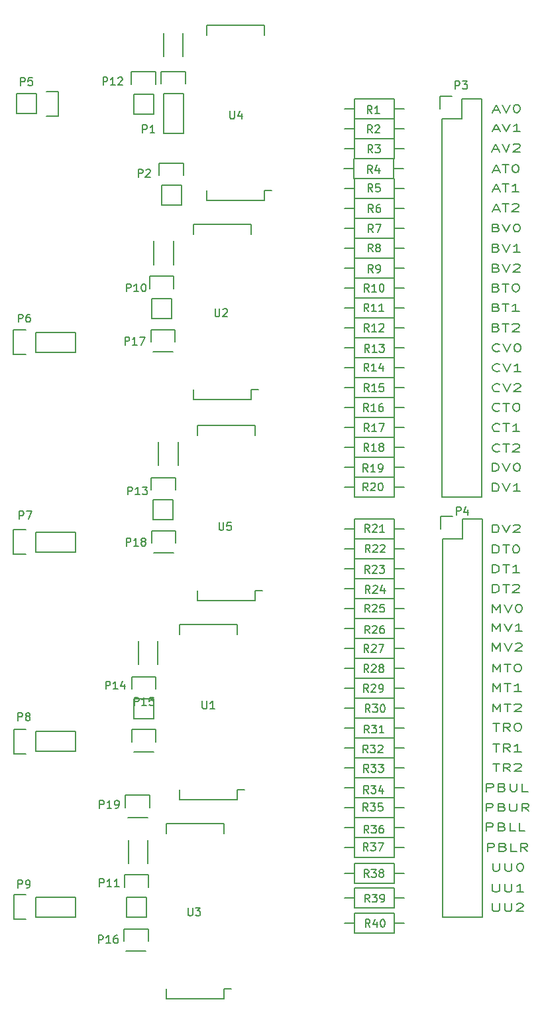
<source format=gbr>
G04 #@! TF.FileFunction,Legend,Top*
%FSLAX46Y46*%
G04 Gerber Fmt 4.6, Leading zero omitted, Abs format (unit mm)*
G04 Created by KiCad (PCBNEW 0.201511171411+6319~30~ubuntu15.04.1-product) date Wed 18 Nov 2015 02:30:17 PM CET*
%MOMM*%
G01*
G04 APERTURE LIST*
%ADD10C,0.100000*%
%ADD11C,0.150000*%
G04 APERTURE END LIST*
D10*
D11*
X169734943Y-118298981D02*
X170592086Y-118298981D01*
X170163515Y-119298981D02*
X170163515Y-118298981D01*
X171949229Y-119298981D02*
X171449229Y-118822790D01*
X171092086Y-119298981D02*
X171092086Y-118298981D01*
X171663514Y-118298981D01*
X171806372Y-118346600D01*
X171877800Y-118394219D01*
X171949229Y-118489457D01*
X171949229Y-118632314D01*
X171877800Y-118727552D01*
X171806372Y-118775171D01*
X171663514Y-118822790D01*
X171092086Y-118822790D01*
X172877800Y-118298981D02*
X173020657Y-118298981D01*
X173163514Y-118346600D01*
X173234943Y-118394219D01*
X173306372Y-118489457D01*
X173377800Y-118679933D01*
X173377800Y-118918029D01*
X173306372Y-119108505D01*
X173234943Y-119203743D01*
X173163514Y-119251362D01*
X173020657Y-119298981D01*
X172877800Y-119298981D01*
X172734943Y-119251362D01*
X172663514Y-119203743D01*
X172592086Y-119108505D01*
X172520657Y-118918029D01*
X172520657Y-118679933D01*
X172592086Y-118489457D01*
X172663514Y-118394219D01*
X172734943Y-118346600D01*
X172877800Y-118298981D01*
X168965086Y-126995181D02*
X168965086Y-125995181D01*
X169536514Y-125995181D01*
X169679372Y-126042800D01*
X169750800Y-126090419D01*
X169822229Y-126185657D01*
X169822229Y-126328514D01*
X169750800Y-126423752D01*
X169679372Y-126471371D01*
X169536514Y-126518990D01*
X168965086Y-126518990D01*
X170965086Y-126471371D02*
X171179372Y-126518990D01*
X171250800Y-126566610D01*
X171322229Y-126661848D01*
X171322229Y-126804705D01*
X171250800Y-126899943D01*
X171179372Y-126947562D01*
X171036514Y-126995181D01*
X170465086Y-126995181D01*
X170465086Y-125995181D01*
X170965086Y-125995181D01*
X171107943Y-126042800D01*
X171179372Y-126090419D01*
X171250800Y-126185657D01*
X171250800Y-126280895D01*
X171179372Y-126376133D01*
X171107943Y-126423752D01*
X170965086Y-126471371D01*
X170465086Y-126471371D01*
X171965086Y-125995181D02*
X171965086Y-126804705D01*
X172036514Y-126899943D01*
X172107943Y-126947562D01*
X172250800Y-126995181D01*
X172536514Y-126995181D01*
X172679372Y-126947562D01*
X172750800Y-126899943D01*
X172822229Y-126804705D01*
X172822229Y-125995181D01*
X174250801Y-126995181D02*
X173536515Y-126995181D01*
X173536515Y-125995181D01*
X169734943Y-123429781D02*
X170592086Y-123429781D01*
X170163515Y-124429781D02*
X170163515Y-123429781D01*
X171949229Y-124429781D02*
X171449229Y-123953590D01*
X171092086Y-124429781D02*
X171092086Y-123429781D01*
X171663514Y-123429781D01*
X171806372Y-123477400D01*
X171877800Y-123525019D01*
X171949229Y-123620257D01*
X171949229Y-123763114D01*
X171877800Y-123858352D01*
X171806372Y-123905971D01*
X171663514Y-123953590D01*
X171092086Y-123953590D01*
X172520657Y-123525019D02*
X172592086Y-123477400D01*
X172734943Y-123429781D01*
X173092086Y-123429781D01*
X173234943Y-123477400D01*
X173306372Y-123525019D01*
X173377800Y-123620257D01*
X173377800Y-123715495D01*
X173306372Y-123858352D01*
X172449229Y-124429781D01*
X173377800Y-124429781D01*
X169734943Y-120915181D02*
X170592086Y-120915181D01*
X170163515Y-121915181D02*
X170163515Y-120915181D01*
X171949229Y-121915181D02*
X171449229Y-121438990D01*
X171092086Y-121915181D02*
X171092086Y-120915181D01*
X171663514Y-120915181D01*
X171806372Y-120962800D01*
X171877800Y-121010419D01*
X171949229Y-121105657D01*
X171949229Y-121248514D01*
X171877800Y-121343752D01*
X171806372Y-121391371D01*
X171663514Y-121438990D01*
X171092086Y-121438990D01*
X173377800Y-121915181D02*
X172520657Y-121915181D01*
X172949229Y-121915181D02*
X172949229Y-120915181D01*
X172806372Y-121058038D01*
X172663514Y-121153276D01*
X172520657Y-121200895D01*
X168923829Y-129509781D02*
X168923829Y-128509781D01*
X169495257Y-128509781D01*
X169638115Y-128557400D01*
X169709543Y-128605019D01*
X169780972Y-128700257D01*
X169780972Y-128843114D01*
X169709543Y-128938352D01*
X169638115Y-128985971D01*
X169495257Y-129033590D01*
X168923829Y-129033590D01*
X170923829Y-128985971D02*
X171138115Y-129033590D01*
X171209543Y-129081210D01*
X171280972Y-129176448D01*
X171280972Y-129319305D01*
X171209543Y-129414543D01*
X171138115Y-129462162D01*
X170995257Y-129509781D01*
X170423829Y-129509781D01*
X170423829Y-128509781D01*
X170923829Y-128509781D01*
X171066686Y-128557400D01*
X171138115Y-128605019D01*
X171209543Y-128700257D01*
X171209543Y-128795495D01*
X171138115Y-128890733D01*
X171066686Y-128938352D01*
X170923829Y-128985971D01*
X170423829Y-128985971D01*
X171923829Y-128509781D02*
X171923829Y-129319305D01*
X171995257Y-129414543D01*
X172066686Y-129462162D01*
X172209543Y-129509781D01*
X172495257Y-129509781D01*
X172638115Y-129462162D01*
X172709543Y-129414543D01*
X172780972Y-129319305D01*
X172780972Y-128509781D01*
X174352401Y-129509781D02*
X173852401Y-129033590D01*
X173495258Y-129509781D02*
X173495258Y-128509781D01*
X174066686Y-128509781D01*
X174209544Y-128557400D01*
X174280972Y-128605019D01*
X174352401Y-128700257D01*
X174352401Y-128843114D01*
X174280972Y-128938352D01*
X174209544Y-128985971D01*
X174066686Y-129033590D01*
X173495258Y-129033590D01*
X168940457Y-132024381D02*
X168940457Y-131024381D01*
X169511885Y-131024381D01*
X169654743Y-131072000D01*
X169726171Y-131119619D01*
X169797600Y-131214857D01*
X169797600Y-131357714D01*
X169726171Y-131452952D01*
X169654743Y-131500571D01*
X169511885Y-131548190D01*
X168940457Y-131548190D01*
X170940457Y-131500571D02*
X171154743Y-131548190D01*
X171226171Y-131595810D01*
X171297600Y-131691048D01*
X171297600Y-131833905D01*
X171226171Y-131929143D01*
X171154743Y-131976762D01*
X171011885Y-132024381D01*
X170440457Y-132024381D01*
X170440457Y-131024381D01*
X170940457Y-131024381D01*
X171083314Y-131072000D01*
X171154743Y-131119619D01*
X171226171Y-131214857D01*
X171226171Y-131310095D01*
X171154743Y-131405333D01*
X171083314Y-131452952D01*
X170940457Y-131500571D01*
X170440457Y-131500571D01*
X172654743Y-132024381D02*
X171940457Y-132024381D01*
X171940457Y-131024381D01*
X173869029Y-132024381D02*
X173154743Y-132024381D01*
X173154743Y-131024381D01*
X169077000Y-134615181D02*
X169077000Y-133615181D01*
X169648428Y-133615181D01*
X169791286Y-133662800D01*
X169862714Y-133710419D01*
X169934143Y-133805657D01*
X169934143Y-133948514D01*
X169862714Y-134043752D01*
X169791286Y-134091371D01*
X169648428Y-134138990D01*
X169077000Y-134138990D01*
X171077000Y-134091371D02*
X171291286Y-134138990D01*
X171362714Y-134186610D01*
X171434143Y-134281848D01*
X171434143Y-134424705D01*
X171362714Y-134519943D01*
X171291286Y-134567562D01*
X171148428Y-134615181D01*
X170577000Y-134615181D01*
X170577000Y-133615181D01*
X171077000Y-133615181D01*
X171219857Y-133662800D01*
X171291286Y-133710419D01*
X171362714Y-133805657D01*
X171362714Y-133900895D01*
X171291286Y-133996133D01*
X171219857Y-134043752D01*
X171077000Y-134091371D01*
X170577000Y-134091371D01*
X172791286Y-134615181D02*
X172077000Y-134615181D01*
X172077000Y-133615181D01*
X174148429Y-134615181D02*
X173648429Y-134138990D01*
X173291286Y-134615181D02*
X173291286Y-133615181D01*
X173862714Y-133615181D01*
X174005572Y-133662800D01*
X174077000Y-133710419D01*
X174148429Y-133805657D01*
X174148429Y-133948514D01*
X174077000Y-134043752D01*
X174005572Y-134091371D01*
X173862714Y-134138990D01*
X173291286Y-134138990D01*
X169724629Y-141285981D02*
X169724629Y-142095505D01*
X169796057Y-142190743D01*
X169867486Y-142238362D01*
X170010343Y-142285981D01*
X170296057Y-142285981D01*
X170438915Y-142238362D01*
X170510343Y-142190743D01*
X170581772Y-142095505D01*
X170581772Y-141285981D01*
X171296058Y-141285981D02*
X171296058Y-142095505D01*
X171367486Y-142190743D01*
X171438915Y-142238362D01*
X171581772Y-142285981D01*
X171867486Y-142285981D01*
X172010344Y-142238362D01*
X172081772Y-142190743D01*
X172153201Y-142095505D01*
X172153201Y-141285981D01*
X172796058Y-141381219D02*
X172867487Y-141333600D01*
X173010344Y-141285981D01*
X173367487Y-141285981D01*
X173510344Y-141333600D01*
X173581773Y-141381219D01*
X173653201Y-141476457D01*
X173653201Y-141571695D01*
X173581773Y-141714552D01*
X172724630Y-142285981D01*
X173653201Y-142285981D01*
X169724629Y-138796781D02*
X169724629Y-139606305D01*
X169796057Y-139701543D01*
X169867486Y-139749162D01*
X170010343Y-139796781D01*
X170296057Y-139796781D01*
X170438915Y-139749162D01*
X170510343Y-139701543D01*
X170581772Y-139606305D01*
X170581772Y-138796781D01*
X171296058Y-138796781D02*
X171296058Y-139606305D01*
X171367486Y-139701543D01*
X171438915Y-139749162D01*
X171581772Y-139796781D01*
X171867486Y-139796781D01*
X172010344Y-139749162D01*
X172081772Y-139701543D01*
X172153201Y-139606305D01*
X172153201Y-138796781D01*
X173653201Y-139796781D02*
X172796058Y-139796781D01*
X173224630Y-139796781D02*
X173224630Y-138796781D01*
X173081773Y-138939638D01*
X172938915Y-139034876D01*
X172796058Y-139082495D01*
X169750029Y-136155181D02*
X169750029Y-136964705D01*
X169821457Y-137059943D01*
X169892886Y-137107562D01*
X170035743Y-137155181D01*
X170321457Y-137155181D01*
X170464315Y-137107562D01*
X170535743Y-137059943D01*
X170607172Y-136964705D01*
X170607172Y-136155181D01*
X171321458Y-136155181D02*
X171321458Y-136964705D01*
X171392886Y-137059943D01*
X171464315Y-137107562D01*
X171607172Y-137155181D01*
X171892886Y-137155181D01*
X172035744Y-137107562D01*
X172107172Y-137059943D01*
X172178601Y-136964705D01*
X172178601Y-136155181D01*
X173178601Y-136155181D02*
X173321458Y-136155181D01*
X173464315Y-136202800D01*
X173535744Y-136250419D01*
X173607173Y-136345657D01*
X173678601Y-136536133D01*
X173678601Y-136774229D01*
X173607173Y-136964705D01*
X173535744Y-137059943D01*
X173464315Y-137107562D01*
X173321458Y-137155181D01*
X173178601Y-137155181D01*
X173035744Y-137107562D01*
X172964315Y-137059943D01*
X172892887Y-136964705D01*
X172821458Y-136774229D01*
X172821458Y-136536133D01*
X172892887Y-136345657D01*
X172964315Y-136250419D01*
X173035744Y-136202800D01*
X173178601Y-136155181D01*
X169740486Y-111729781D02*
X169740486Y-110729781D01*
X170240486Y-111444067D01*
X170740486Y-110729781D01*
X170740486Y-111729781D01*
X171240486Y-110729781D02*
X172097629Y-110729781D01*
X171669058Y-111729781D02*
X171669058Y-110729781D01*
X172883343Y-110729781D02*
X173026200Y-110729781D01*
X173169057Y-110777400D01*
X173240486Y-110825019D01*
X173311915Y-110920257D01*
X173383343Y-111110733D01*
X173383343Y-111348829D01*
X173311915Y-111539305D01*
X173240486Y-111634543D01*
X173169057Y-111682162D01*
X173026200Y-111729781D01*
X172883343Y-111729781D01*
X172740486Y-111682162D01*
X172669057Y-111634543D01*
X172597629Y-111539305D01*
X172526200Y-111348829D01*
X172526200Y-111110733D01*
X172597629Y-110920257D01*
X172669057Y-110825019D01*
X172740486Y-110777400D01*
X172883343Y-110729781D01*
X169740486Y-114218981D02*
X169740486Y-113218981D01*
X170240486Y-113933267D01*
X170740486Y-113218981D01*
X170740486Y-114218981D01*
X171240486Y-113218981D02*
X172097629Y-113218981D01*
X171669058Y-114218981D02*
X171669058Y-113218981D01*
X173383343Y-114218981D02*
X172526200Y-114218981D01*
X172954772Y-114218981D02*
X172954772Y-113218981D01*
X172811915Y-113361838D01*
X172669057Y-113457076D01*
X172526200Y-113504695D01*
X169740486Y-116809781D02*
X169740486Y-115809781D01*
X170240486Y-116524067D01*
X170740486Y-115809781D01*
X170740486Y-116809781D01*
X171240486Y-115809781D02*
X172097629Y-115809781D01*
X171669058Y-116809781D02*
X171669058Y-115809781D01*
X172526200Y-115905019D02*
X172597629Y-115857400D01*
X172740486Y-115809781D01*
X173097629Y-115809781D01*
X173240486Y-115857400D01*
X173311915Y-115905019D01*
X173383343Y-116000257D01*
X173383343Y-116095495D01*
X173311915Y-116238352D01*
X172454772Y-116809781D01*
X173383343Y-116809781D01*
X169719858Y-109088181D02*
X169719858Y-108088181D01*
X170219858Y-108802467D01*
X170719858Y-108088181D01*
X170719858Y-109088181D01*
X171219858Y-108088181D02*
X171719858Y-109088181D01*
X172219858Y-108088181D01*
X172648429Y-108183419D02*
X172719858Y-108135800D01*
X172862715Y-108088181D01*
X173219858Y-108088181D01*
X173362715Y-108135800D01*
X173434144Y-108183419D01*
X173505572Y-108278657D01*
X173505572Y-108373895D01*
X173434144Y-108516752D01*
X172577001Y-109088181D01*
X173505572Y-109088181D01*
X169719858Y-106573581D02*
X169719858Y-105573581D01*
X170219858Y-106287867D01*
X170719858Y-105573581D01*
X170719858Y-106573581D01*
X171219858Y-105573581D02*
X171719858Y-106573581D01*
X172219858Y-105573581D01*
X173505572Y-106573581D02*
X172648429Y-106573581D01*
X173077001Y-106573581D02*
X173077001Y-105573581D01*
X172934144Y-105716438D01*
X172791286Y-105811676D01*
X172648429Y-105859295D01*
X169719858Y-104135181D02*
X169719858Y-103135181D01*
X170219858Y-103849467D01*
X170719858Y-103135181D01*
X170719858Y-104135181D01*
X171219858Y-103135181D02*
X171719858Y-104135181D01*
X172219858Y-103135181D01*
X173005572Y-103135181D02*
X173148429Y-103135181D01*
X173291286Y-103182800D01*
X173362715Y-103230419D01*
X173434144Y-103325657D01*
X173505572Y-103516133D01*
X173505572Y-103754229D01*
X173434144Y-103944705D01*
X173362715Y-104039943D01*
X173291286Y-104087562D01*
X173148429Y-104135181D01*
X173005572Y-104135181D01*
X172862715Y-104087562D01*
X172791286Y-104039943D01*
X172719858Y-103944705D01*
X172648429Y-103754229D01*
X172648429Y-103516133D01*
X172719858Y-103325657D01*
X172791286Y-103230419D01*
X172862715Y-103182800D01*
X173005572Y-103135181D01*
X170607944Y-70791343D02*
X170536515Y-70838962D01*
X170322229Y-70886581D01*
X170179372Y-70886581D01*
X169965087Y-70838962D01*
X169822229Y-70743724D01*
X169750801Y-70648486D01*
X169679372Y-70458010D01*
X169679372Y-70315152D01*
X169750801Y-70124676D01*
X169822229Y-70029438D01*
X169965087Y-69934200D01*
X170179372Y-69886581D01*
X170322229Y-69886581D01*
X170536515Y-69934200D01*
X170607944Y-69981819D01*
X171036515Y-69886581D02*
X171536515Y-70886581D01*
X172036515Y-69886581D01*
X172822229Y-69886581D02*
X172965086Y-69886581D01*
X173107943Y-69934200D01*
X173179372Y-69981819D01*
X173250801Y-70077057D01*
X173322229Y-70267533D01*
X173322229Y-70505629D01*
X173250801Y-70696105D01*
X173179372Y-70791343D01*
X173107943Y-70838962D01*
X172965086Y-70886581D01*
X172822229Y-70886581D01*
X172679372Y-70838962D01*
X172607943Y-70791343D01*
X172536515Y-70696105D01*
X172465086Y-70505629D01*
X172465086Y-70267533D01*
X172536515Y-70077057D01*
X172607943Y-69981819D01*
X172679372Y-69934200D01*
X172822229Y-69886581D01*
X170633344Y-73331343D02*
X170561915Y-73378962D01*
X170347629Y-73426581D01*
X170204772Y-73426581D01*
X169990487Y-73378962D01*
X169847629Y-73283724D01*
X169776201Y-73188486D01*
X169704772Y-72998010D01*
X169704772Y-72855152D01*
X169776201Y-72664676D01*
X169847629Y-72569438D01*
X169990487Y-72474200D01*
X170204772Y-72426581D01*
X170347629Y-72426581D01*
X170561915Y-72474200D01*
X170633344Y-72521819D01*
X171061915Y-72426581D02*
X171561915Y-73426581D01*
X172061915Y-72426581D01*
X173347629Y-73426581D02*
X172490486Y-73426581D01*
X172919058Y-73426581D02*
X172919058Y-72426581D01*
X172776201Y-72569438D01*
X172633343Y-72664676D01*
X172490486Y-72712295D01*
X170633344Y-75896743D02*
X170561915Y-75944362D01*
X170347629Y-75991981D01*
X170204772Y-75991981D01*
X169990487Y-75944362D01*
X169847629Y-75849124D01*
X169776201Y-75753886D01*
X169704772Y-75563410D01*
X169704772Y-75420552D01*
X169776201Y-75230076D01*
X169847629Y-75134838D01*
X169990487Y-75039600D01*
X170204772Y-74991981D01*
X170347629Y-74991981D01*
X170561915Y-75039600D01*
X170633344Y-75087219D01*
X171061915Y-74991981D02*
X171561915Y-75991981D01*
X172061915Y-74991981D01*
X172490486Y-75087219D02*
X172561915Y-75039600D01*
X172704772Y-74991981D01*
X173061915Y-74991981D01*
X173204772Y-75039600D01*
X173276201Y-75087219D01*
X173347629Y-75182457D01*
X173347629Y-75277695D01*
X173276201Y-75420552D01*
X172419058Y-75991981D01*
X173347629Y-75991981D01*
X170628572Y-83567543D02*
X170557143Y-83615162D01*
X170342857Y-83662781D01*
X170200000Y-83662781D01*
X169985715Y-83615162D01*
X169842857Y-83519924D01*
X169771429Y-83424686D01*
X169700000Y-83234210D01*
X169700000Y-83091352D01*
X169771429Y-82900876D01*
X169842857Y-82805638D01*
X169985715Y-82710400D01*
X170200000Y-82662781D01*
X170342857Y-82662781D01*
X170557143Y-82710400D01*
X170628572Y-82758019D01*
X171057143Y-82662781D02*
X171914286Y-82662781D01*
X171485715Y-83662781D02*
X171485715Y-82662781D01*
X172342857Y-82758019D02*
X172414286Y-82710400D01*
X172557143Y-82662781D01*
X172914286Y-82662781D01*
X173057143Y-82710400D01*
X173128572Y-82758019D01*
X173200000Y-82853257D01*
X173200000Y-82948495D01*
X173128572Y-83091352D01*
X172271429Y-83662781D01*
X173200000Y-83662781D01*
X170628572Y-80976743D02*
X170557143Y-81024362D01*
X170342857Y-81071981D01*
X170200000Y-81071981D01*
X169985715Y-81024362D01*
X169842857Y-80929124D01*
X169771429Y-80833886D01*
X169700000Y-80643410D01*
X169700000Y-80500552D01*
X169771429Y-80310076D01*
X169842857Y-80214838D01*
X169985715Y-80119600D01*
X170200000Y-80071981D01*
X170342857Y-80071981D01*
X170557143Y-80119600D01*
X170628572Y-80167219D01*
X171057143Y-80071981D02*
X171914286Y-80071981D01*
X171485715Y-81071981D02*
X171485715Y-80071981D01*
X173200000Y-81071981D02*
X172342857Y-81071981D01*
X172771429Y-81071981D02*
X172771429Y-80071981D01*
X172628572Y-80214838D01*
X172485714Y-80310076D01*
X172342857Y-80357695D01*
X170628572Y-78385943D02*
X170557143Y-78433562D01*
X170342857Y-78481181D01*
X170200000Y-78481181D01*
X169985715Y-78433562D01*
X169842857Y-78338324D01*
X169771429Y-78243086D01*
X169700000Y-78052610D01*
X169700000Y-77909752D01*
X169771429Y-77719276D01*
X169842857Y-77624038D01*
X169985715Y-77528800D01*
X170200000Y-77481181D01*
X170342857Y-77481181D01*
X170557143Y-77528800D01*
X170628572Y-77576419D01*
X171057143Y-77481181D02*
X171914286Y-77481181D01*
X171485715Y-78481181D02*
X171485715Y-77481181D01*
X172700000Y-77481181D02*
X172842857Y-77481181D01*
X172985714Y-77528800D01*
X173057143Y-77576419D01*
X173128572Y-77671657D01*
X173200000Y-77862133D01*
X173200000Y-78100229D01*
X173128572Y-78290705D01*
X173057143Y-78385943D01*
X172985714Y-78433562D01*
X172842857Y-78481181D01*
X172700000Y-78481181D01*
X172557143Y-78433562D01*
X172485714Y-78385943D01*
X172414286Y-78290705D01*
X172342857Y-78100229D01*
X172342857Y-77862133D01*
X172414286Y-77671657D01*
X172485714Y-77576419D01*
X172557143Y-77528800D01*
X172700000Y-77481181D01*
X169720629Y-96565981D02*
X169720629Y-95565981D01*
X170077772Y-95565981D01*
X170292057Y-95613600D01*
X170434915Y-95708838D01*
X170506343Y-95804076D01*
X170577772Y-95994552D01*
X170577772Y-96137410D01*
X170506343Y-96327886D01*
X170434915Y-96423124D01*
X170292057Y-96518362D01*
X170077772Y-96565981D01*
X169720629Y-96565981D01*
X171006343Y-95565981D02*
X171863486Y-95565981D01*
X171434915Y-96565981D02*
X171434915Y-95565981D01*
X172649200Y-95565981D02*
X172792057Y-95565981D01*
X172934914Y-95613600D01*
X173006343Y-95661219D01*
X173077772Y-95756457D01*
X173149200Y-95946933D01*
X173149200Y-96185029D01*
X173077772Y-96375505D01*
X173006343Y-96470743D01*
X172934914Y-96518362D01*
X172792057Y-96565981D01*
X172649200Y-96565981D01*
X172506343Y-96518362D01*
X172434914Y-96470743D01*
X172363486Y-96375505D01*
X172292057Y-96185029D01*
X172292057Y-95946933D01*
X172363486Y-95756457D01*
X172434914Y-95661219D01*
X172506343Y-95613600D01*
X172649200Y-95565981D01*
X169720629Y-99080581D02*
X169720629Y-98080581D01*
X170077772Y-98080581D01*
X170292057Y-98128200D01*
X170434915Y-98223438D01*
X170506343Y-98318676D01*
X170577772Y-98509152D01*
X170577772Y-98652010D01*
X170506343Y-98842486D01*
X170434915Y-98937724D01*
X170292057Y-99032962D01*
X170077772Y-99080581D01*
X169720629Y-99080581D01*
X171006343Y-98080581D02*
X171863486Y-98080581D01*
X171434915Y-99080581D02*
X171434915Y-98080581D01*
X173149200Y-99080581D02*
X172292057Y-99080581D01*
X172720629Y-99080581D02*
X172720629Y-98080581D01*
X172577772Y-98223438D01*
X172434914Y-98318676D01*
X172292057Y-98366295D01*
X169720629Y-101595181D02*
X169720629Y-100595181D01*
X170077772Y-100595181D01*
X170292057Y-100642800D01*
X170434915Y-100738038D01*
X170506343Y-100833276D01*
X170577772Y-101023752D01*
X170577772Y-101166610D01*
X170506343Y-101357086D01*
X170434915Y-101452324D01*
X170292057Y-101547562D01*
X170077772Y-101595181D01*
X169720629Y-101595181D01*
X171006343Y-100595181D02*
X171863486Y-100595181D01*
X171434915Y-101595181D02*
X171434915Y-100595181D01*
X172292057Y-100690419D02*
X172363486Y-100642800D01*
X172506343Y-100595181D01*
X172863486Y-100595181D01*
X173006343Y-100642800D01*
X173077772Y-100690419D01*
X173149200Y-100785657D01*
X173149200Y-100880895D01*
X173077772Y-101023752D01*
X172220629Y-101595181D01*
X173149200Y-101595181D01*
X169700001Y-93949781D02*
X169700001Y-92949781D01*
X170057144Y-92949781D01*
X170271429Y-92997400D01*
X170414287Y-93092638D01*
X170485715Y-93187876D01*
X170557144Y-93378352D01*
X170557144Y-93521210D01*
X170485715Y-93711686D01*
X170414287Y-93806924D01*
X170271429Y-93902162D01*
X170057144Y-93949781D01*
X169700001Y-93949781D01*
X170985715Y-92949781D02*
X171485715Y-93949781D01*
X171985715Y-92949781D01*
X172414286Y-93045019D02*
X172485715Y-92997400D01*
X172628572Y-92949781D01*
X172985715Y-92949781D01*
X173128572Y-92997400D01*
X173200001Y-93045019D01*
X173271429Y-93140257D01*
X173271429Y-93235495D01*
X173200001Y-93378352D01*
X172342858Y-93949781D01*
X173271429Y-93949781D01*
X169700001Y-88691981D02*
X169700001Y-87691981D01*
X170057144Y-87691981D01*
X170271429Y-87739600D01*
X170414287Y-87834838D01*
X170485715Y-87930076D01*
X170557144Y-88120552D01*
X170557144Y-88263410D01*
X170485715Y-88453886D01*
X170414287Y-88549124D01*
X170271429Y-88644362D01*
X170057144Y-88691981D01*
X169700001Y-88691981D01*
X170985715Y-87691981D02*
X171485715Y-88691981D01*
X171985715Y-87691981D01*
X173271429Y-88691981D02*
X172414286Y-88691981D01*
X172842858Y-88691981D02*
X172842858Y-87691981D01*
X172700001Y-87834838D01*
X172557143Y-87930076D01*
X172414286Y-87977695D01*
X169700001Y-86126581D02*
X169700001Y-85126581D01*
X170057144Y-85126581D01*
X170271429Y-85174200D01*
X170414287Y-85269438D01*
X170485715Y-85364676D01*
X170557144Y-85555152D01*
X170557144Y-85698010D01*
X170485715Y-85888486D01*
X170414287Y-85983724D01*
X170271429Y-86078962D01*
X170057144Y-86126581D01*
X169700001Y-86126581D01*
X170985715Y-85126581D02*
X171485715Y-86126581D01*
X171985715Y-85126581D01*
X172771429Y-85126581D02*
X172914286Y-85126581D01*
X173057143Y-85174200D01*
X173128572Y-85221819D01*
X173200001Y-85317057D01*
X173271429Y-85507533D01*
X173271429Y-85745629D01*
X173200001Y-85936105D01*
X173128572Y-86031343D01*
X173057143Y-86078962D01*
X172914286Y-86126581D01*
X172771429Y-86126581D01*
X172628572Y-86078962D01*
X172557143Y-86031343D01*
X172485715Y-85936105D01*
X172414286Y-85745629D01*
X172414286Y-85507533D01*
X172485715Y-85317057D01*
X172557143Y-85221819D01*
X172628572Y-85174200D01*
X172771429Y-85126581D01*
X170174601Y-55071971D02*
X170388887Y-55119590D01*
X170460315Y-55167210D01*
X170531744Y-55262448D01*
X170531744Y-55405305D01*
X170460315Y-55500543D01*
X170388887Y-55548162D01*
X170246029Y-55595781D01*
X169674601Y-55595781D01*
X169674601Y-54595781D01*
X170174601Y-54595781D01*
X170317458Y-54643400D01*
X170388887Y-54691019D01*
X170460315Y-54786257D01*
X170460315Y-54881495D01*
X170388887Y-54976733D01*
X170317458Y-55024352D01*
X170174601Y-55071971D01*
X169674601Y-55071971D01*
X170960315Y-54595781D02*
X171460315Y-55595781D01*
X171960315Y-54595781D01*
X172746029Y-54595781D02*
X172888886Y-54595781D01*
X173031743Y-54643400D01*
X173103172Y-54691019D01*
X173174601Y-54786257D01*
X173246029Y-54976733D01*
X173246029Y-55214829D01*
X173174601Y-55405305D01*
X173103172Y-55500543D01*
X173031743Y-55548162D01*
X172888886Y-55595781D01*
X172746029Y-55595781D01*
X172603172Y-55548162D01*
X172531743Y-55500543D01*
X172460315Y-55405305D01*
X172388886Y-55214829D01*
X172388886Y-54976733D01*
X172460315Y-54786257D01*
X172531743Y-54691019D01*
X172603172Y-54643400D01*
X172746029Y-54595781D01*
X170174601Y-57637371D02*
X170388887Y-57684990D01*
X170460315Y-57732610D01*
X170531744Y-57827848D01*
X170531744Y-57970705D01*
X170460315Y-58065943D01*
X170388887Y-58113562D01*
X170246029Y-58161181D01*
X169674601Y-58161181D01*
X169674601Y-57161181D01*
X170174601Y-57161181D01*
X170317458Y-57208800D01*
X170388887Y-57256419D01*
X170460315Y-57351657D01*
X170460315Y-57446895D01*
X170388887Y-57542133D01*
X170317458Y-57589752D01*
X170174601Y-57637371D01*
X169674601Y-57637371D01*
X170960315Y-57161181D02*
X171460315Y-58161181D01*
X171960315Y-57161181D01*
X173246029Y-58161181D02*
X172388886Y-58161181D01*
X172817458Y-58161181D02*
X172817458Y-57161181D01*
X172674601Y-57304038D01*
X172531743Y-57399276D01*
X172388886Y-57446895D01*
X170174601Y-60202771D02*
X170388887Y-60250390D01*
X170460315Y-60298010D01*
X170531744Y-60393248D01*
X170531744Y-60536105D01*
X170460315Y-60631343D01*
X170388887Y-60678962D01*
X170246029Y-60726581D01*
X169674601Y-60726581D01*
X169674601Y-59726581D01*
X170174601Y-59726581D01*
X170317458Y-59774200D01*
X170388887Y-59821819D01*
X170460315Y-59917057D01*
X170460315Y-60012295D01*
X170388887Y-60107533D01*
X170317458Y-60155152D01*
X170174601Y-60202771D01*
X169674601Y-60202771D01*
X170960315Y-59726581D02*
X171460315Y-60726581D01*
X171960315Y-59726581D01*
X172388886Y-59821819D02*
X172460315Y-59774200D01*
X172603172Y-59726581D01*
X172960315Y-59726581D01*
X173103172Y-59774200D01*
X173174601Y-59821819D01*
X173246029Y-59917057D01*
X173246029Y-60012295D01*
X173174601Y-60155152D01*
X172317458Y-60726581D01*
X173246029Y-60726581D01*
X170195229Y-67797371D02*
X170409515Y-67844990D01*
X170480943Y-67892610D01*
X170552372Y-67987848D01*
X170552372Y-68130705D01*
X170480943Y-68225943D01*
X170409515Y-68273562D01*
X170266657Y-68321181D01*
X169695229Y-68321181D01*
X169695229Y-67321181D01*
X170195229Y-67321181D01*
X170338086Y-67368800D01*
X170409515Y-67416419D01*
X170480943Y-67511657D01*
X170480943Y-67606895D01*
X170409515Y-67702133D01*
X170338086Y-67749752D01*
X170195229Y-67797371D01*
X169695229Y-67797371D01*
X170980943Y-67321181D02*
X171838086Y-67321181D01*
X171409515Y-68321181D02*
X171409515Y-67321181D01*
X172266657Y-67416419D02*
X172338086Y-67368800D01*
X172480943Y-67321181D01*
X172838086Y-67321181D01*
X172980943Y-67368800D01*
X173052372Y-67416419D01*
X173123800Y-67511657D01*
X173123800Y-67606895D01*
X173052372Y-67749752D01*
X172195229Y-68321181D01*
X173123800Y-68321181D01*
X170195229Y-65231971D02*
X170409515Y-65279590D01*
X170480943Y-65327210D01*
X170552372Y-65422448D01*
X170552372Y-65565305D01*
X170480943Y-65660543D01*
X170409515Y-65708162D01*
X170266657Y-65755781D01*
X169695229Y-65755781D01*
X169695229Y-64755781D01*
X170195229Y-64755781D01*
X170338086Y-64803400D01*
X170409515Y-64851019D01*
X170480943Y-64946257D01*
X170480943Y-65041495D01*
X170409515Y-65136733D01*
X170338086Y-65184352D01*
X170195229Y-65231971D01*
X169695229Y-65231971D01*
X170980943Y-64755781D02*
X171838086Y-64755781D01*
X171409515Y-65755781D02*
X171409515Y-64755781D01*
X173123800Y-65755781D02*
X172266657Y-65755781D01*
X172695229Y-65755781D02*
X172695229Y-64755781D01*
X172552372Y-64898638D01*
X172409514Y-64993876D01*
X172266657Y-65041495D01*
X170195229Y-62717371D02*
X170409515Y-62764990D01*
X170480943Y-62812610D01*
X170552372Y-62907848D01*
X170552372Y-63050705D01*
X170480943Y-63145943D01*
X170409515Y-63193562D01*
X170266657Y-63241181D01*
X169695229Y-63241181D01*
X169695229Y-62241181D01*
X170195229Y-62241181D01*
X170338086Y-62288800D01*
X170409515Y-62336419D01*
X170480943Y-62431657D01*
X170480943Y-62526895D01*
X170409515Y-62622133D01*
X170338086Y-62669752D01*
X170195229Y-62717371D01*
X169695229Y-62717371D01*
X170980943Y-62241181D02*
X171838086Y-62241181D01*
X171409515Y-63241181D02*
X171409515Y-62241181D01*
X172623800Y-62241181D02*
X172766657Y-62241181D01*
X172909514Y-62288800D01*
X172980943Y-62336419D01*
X173052372Y-62431657D01*
X173123800Y-62622133D01*
X173123800Y-62860229D01*
X173052372Y-63050705D01*
X172980943Y-63145943D01*
X172909514Y-63193562D01*
X172766657Y-63241181D01*
X172623800Y-63241181D01*
X172480943Y-63193562D01*
X172409514Y-63145943D01*
X172338086Y-63050705D01*
X172266657Y-62860229D01*
X172266657Y-62622133D01*
X172338086Y-62431657D01*
X172409514Y-62336419D01*
X172480943Y-62288800D01*
X172623800Y-62241181D01*
X169807143Y-47740867D02*
X170521429Y-47740867D01*
X169664286Y-48026581D02*
X170164286Y-47026581D01*
X170664286Y-48026581D01*
X170950000Y-47026581D02*
X171807143Y-47026581D01*
X171378572Y-48026581D02*
X171378572Y-47026581D01*
X172592857Y-47026581D02*
X172735714Y-47026581D01*
X172878571Y-47074200D01*
X172950000Y-47121819D01*
X173021429Y-47217057D01*
X173092857Y-47407533D01*
X173092857Y-47645629D01*
X173021429Y-47836105D01*
X172950000Y-47931343D01*
X172878571Y-47978962D01*
X172735714Y-48026581D01*
X172592857Y-48026581D01*
X172450000Y-47978962D01*
X172378571Y-47931343D01*
X172307143Y-47836105D01*
X172235714Y-47645629D01*
X172235714Y-47407533D01*
X172307143Y-47217057D01*
X172378571Y-47121819D01*
X172450000Y-47074200D01*
X172592857Y-47026581D01*
X169807143Y-50179267D02*
X170521429Y-50179267D01*
X169664286Y-50464981D02*
X170164286Y-49464981D01*
X170664286Y-50464981D01*
X170950000Y-49464981D02*
X171807143Y-49464981D01*
X171378572Y-50464981D02*
X171378572Y-49464981D01*
X173092857Y-50464981D02*
X172235714Y-50464981D01*
X172664286Y-50464981D02*
X172664286Y-49464981D01*
X172521429Y-49607838D01*
X172378571Y-49703076D01*
X172235714Y-49750695D01*
X169807143Y-52744667D02*
X170521429Y-52744667D01*
X169664286Y-53030381D02*
X170164286Y-52030381D01*
X170664286Y-53030381D01*
X170950000Y-52030381D02*
X171807143Y-52030381D01*
X171378572Y-53030381D02*
X171378572Y-52030381D01*
X172235714Y-52125619D02*
X172307143Y-52078000D01*
X172450000Y-52030381D01*
X172807143Y-52030381D01*
X172950000Y-52078000D01*
X173021429Y-52125619D01*
X173092857Y-52220857D01*
X173092857Y-52316095D01*
X173021429Y-52458952D01*
X172164286Y-53030381D01*
X173092857Y-53030381D01*
X169786515Y-45099267D02*
X170500801Y-45099267D01*
X169643658Y-45384981D02*
X170143658Y-44384981D01*
X170643658Y-45384981D01*
X170929372Y-44384981D02*
X171429372Y-45384981D01*
X171929372Y-44384981D01*
X172357943Y-44480219D02*
X172429372Y-44432600D01*
X172572229Y-44384981D01*
X172929372Y-44384981D01*
X173072229Y-44432600D01*
X173143658Y-44480219D01*
X173215086Y-44575457D01*
X173215086Y-44670695D01*
X173143658Y-44813552D01*
X172286515Y-45384981D01*
X173215086Y-45384981D01*
X169837315Y-42533867D02*
X170551601Y-42533867D01*
X169694458Y-42819581D02*
X170194458Y-41819581D01*
X170694458Y-42819581D01*
X170980172Y-41819581D02*
X171480172Y-42819581D01*
X171980172Y-41819581D01*
X173265886Y-42819581D02*
X172408743Y-42819581D01*
X172837315Y-42819581D02*
X172837315Y-41819581D01*
X172694458Y-41962438D01*
X172551600Y-42057676D01*
X172408743Y-42105295D01*
X169811915Y-40095467D02*
X170526201Y-40095467D01*
X169669058Y-40381181D02*
X170169058Y-39381181D01*
X170669058Y-40381181D01*
X170954772Y-39381181D02*
X171454772Y-40381181D01*
X171954772Y-39381181D01*
X172740486Y-39381181D02*
X172883343Y-39381181D01*
X173026200Y-39428800D01*
X173097629Y-39476419D01*
X173169058Y-39571657D01*
X173240486Y-39762133D01*
X173240486Y-40000229D01*
X173169058Y-40190705D01*
X173097629Y-40285943D01*
X173026200Y-40333562D01*
X172883343Y-40381181D01*
X172740486Y-40381181D01*
X172597629Y-40333562D01*
X172526200Y-40285943D01*
X172454772Y-40190705D01*
X172383343Y-40000229D01*
X172383343Y-39762133D01*
X172454772Y-39571657D01*
X172526200Y-39476419D01*
X172597629Y-39428800D01*
X172740486Y-39381181D01*
X129946400Y-49682400D02*
X129946400Y-52222400D01*
X130226400Y-46862400D02*
X130226400Y-48412400D01*
X129946400Y-49682400D02*
X127406400Y-49682400D01*
X127126400Y-48412400D02*
X127126400Y-46862400D01*
X127126400Y-46862400D02*
X130226400Y-46862400D01*
X127406400Y-49682400D02*
X127406400Y-52222400D01*
X127406400Y-52222400D02*
X129946400Y-52222400D01*
X168376400Y-89408000D02*
X168376400Y-38608000D01*
X163296400Y-41148000D02*
X163296400Y-89408000D01*
X168376400Y-89408000D02*
X163296400Y-89408000D01*
X168376400Y-38608000D02*
X165836400Y-38608000D01*
X164566400Y-38328000D02*
X163016400Y-38328000D01*
X165836400Y-38608000D02*
X165836400Y-41148000D01*
X165836400Y-41148000D02*
X163296400Y-41148000D01*
X163016400Y-38328000D02*
X163016400Y-39878000D01*
X168427400Y-143002000D02*
X168427400Y-92202000D01*
X163347400Y-94742000D02*
X163347400Y-143002000D01*
X168427400Y-143002000D02*
X163347400Y-143002000D01*
X168427400Y-92202000D02*
X165887400Y-92202000D01*
X164617400Y-91922000D02*
X163067400Y-91922000D01*
X165887400Y-92202000D02*
X165887400Y-94742000D01*
X165887400Y-94742000D02*
X163347400Y-94742000D01*
X163067400Y-91922000D02*
X163067400Y-93472000D01*
X157124400Y-41148000D02*
X152044400Y-41148000D01*
X152044400Y-41148000D02*
X152044400Y-38608000D01*
X152044400Y-38608000D02*
X157124400Y-38608000D01*
X157124400Y-38608000D02*
X157124400Y-41148000D01*
X157124400Y-39878000D02*
X158394400Y-39878000D01*
X152044400Y-39878000D02*
X150774400Y-39878000D01*
X157124400Y-43688000D02*
X152044400Y-43688000D01*
X152044400Y-43688000D02*
X152044400Y-41148000D01*
X152044400Y-41148000D02*
X157124400Y-41148000D01*
X157124400Y-41148000D02*
X157124400Y-43688000D01*
X157124400Y-42418000D02*
X158394400Y-42418000D01*
X152044400Y-42418000D02*
X150774400Y-42418000D01*
X157124400Y-46228000D02*
X152044400Y-46228000D01*
X152044400Y-46228000D02*
X152044400Y-43688000D01*
X152044400Y-43688000D02*
X157124400Y-43688000D01*
X157124400Y-43688000D02*
X157124400Y-46228000D01*
X157124400Y-44958000D02*
X158394400Y-44958000D01*
X152044400Y-44958000D02*
X150774400Y-44958000D01*
X157099400Y-48768000D02*
X152019400Y-48768000D01*
X152019400Y-48768000D02*
X152019400Y-46228000D01*
X152019400Y-46228000D02*
X157099400Y-46228000D01*
X157099400Y-46228000D02*
X157099400Y-48768000D01*
X157099400Y-47498000D02*
X158369400Y-47498000D01*
X152019400Y-47498000D02*
X150749400Y-47498000D01*
X157124400Y-51308000D02*
X152044400Y-51308000D01*
X152044400Y-51308000D02*
X152044400Y-48768000D01*
X152044400Y-48768000D02*
X157124400Y-48768000D01*
X157124400Y-48768000D02*
X157124400Y-51308000D01*
X157124400Y-50038000D02*
X158394400Y-50038000D01*
X152044400Y-50038000D02*
X150774400Y-50038000D01*
X157124400Y-53848000D02*
X152044400Y-53848000D01*
X152044400Y-53848000D02*
X152044400Y-51308000D01*
X152044400Y-51308000D02*
X157124400Y-51308000D01*
X157124400Y-51308000D02*
X157124400Y-53848000D01*
X157124400Y-52578000D02*
X158394400Y-52578000D01*
X152044400Y-52578000D02*
X150774400Y-52578000D01*
X157124400Y-56388000D02*
X152044400Y-56388000D01*
X152044400Y-56388000D02*
X152044400Y-53848000D01*
X152044400Y-53848000D02*
X157124400Y-53848000D01*
X157124400Y-53848000D02*
X157124400Y-56388000D01*
X157124400Y-55118000D02*
X158394400Y-55118000D01*
X152044400Y-55118000D02*
X150774400Y-55118000D01*
X157149400Y-58928000D02*
X152069400Y-58928000D01*
X152069400Y-58928000D02*
X152069400Y-56388000D01*
X152069400Y-56388000D02*
X157149400Y-56388000D01*
X157149400Y-56388000D02*
X157149400Y-58928000D01*
X157149400Y-57658000D02*
X158419400Y-57658000D01*
X152069400Y-57658000D02*
X150799400Y-57658000D01*
X157149400Y-61468000D02*
X152069400Y-61468000D01*
X152069400Y-61468000D02*
X152069400Y-58928000D01*
X152069400Y-58928000D02*
X157149400Y-58928000D01*
X157149400Y-58928000D02*
X157149400Y-61468000D01*
X157149400Y-60198000D02*
X158419400Y-60198000D01*
X152069400Y-60198000D02*
X150799400Y-60198000D01*
X157149400Y-64033000D02*
X152069400Y-64033000D01*
X152069400Y-64033000D02*
X152069400Y-61493000D01*
X152069400Y-61493000D02*
X157149400Y-61493000D01*
X157149400Y-61493000D02*
X157149400Y-64033000D01*
X157149400Y-62763000D02*
X158419400Y-62763000D01*
X152069400Y-62763000D02*
X150799400Y-62763000D01*
X157149400Y-66548000D02*
X152069400Y-66548000D01*
X152069400Y-66548000D02*
X152069400Y-64008000D01*
X152069400Y-64008000D02*
X157149400Y-64008000D01*
X157149400Y-64008000D02*
X157149400Y-66548000D01*
X157149400Y-65278000D02*
X158419400Y-65278000D01*
X152069400Y-65278000D02*
X150799400Y-65278000D01*
X157149400Y-69088000D02*
X152069400Y-69088000D01*
X152069400Y-69088000D02*
X152069400Y-66548000D01*
X152069400Y-66548000D02*
X157149400Y-66548000D01*
X157149400Y-66548000D02*
X157149400Y-69088000D01*
X157149400Y-67818000D02*
X158419400Y-67818000D01*
X152069400Y-67818000D02*
X150799400Y-67818000D01*
X157149400Y-71653000D02*
X152069400Y-71653000D01*
X152069400Y-71653000D02*
X152069400Y-69113000D01*
X152069400Y-69113000D02*
X157149400Y-69113000D01*
X157149400Y-69113000D02*
X157149400Y-71653000D01*
X157149400Y-70383000D02*
X158419400Y-70383000D01*
X152069400Y-70383000D02*
X150799400Y-70383000D01*
X157149400Y-74168000D02*
X152069400Y-74168000D01*
X152069400Y-74168000D02*
X152069400Y-71628000D01*
X152069400Y-71628000D02*
X157149400Y-71628000D01*
X157149400Y-71628000D02*
X157149400Y-74168000D01*
X157149400Y-72898000D02*
X158419400Y-72898000D01*
X152069400Y-72898000D02*
X150799400Y-72898000D01*
X157149400Y-76708000D02*
X152069400Y-76708000D01*
X152069400Y-76708000D02*
X152069400Y-74168000D01*
X152069400Y-74168000D02*
X157149400Y-74168000D01*
X157149400Y-74168000D02*
X157149400Y-76708000D01*
X157149400Y-75438000D02*
X158419400Y-75438000D01*
X152069400Y-75438000D02*
X150799400Y-75438000D01*
X157149400Y-79248000D02*
X152069400Y-79248000D01*
X152069400Y-79248000D02*
X152069400Y-76708000D01*
X152069400Y-76708000D02*
X157149400Y-76708000D01*
X157149400Y-76708000D02*
X157149400Y-79248000D01*
X157149400Y-77978000D02*
X158419400Y-77978000D01*
X152069400Y-77978000D02*
X150799400Y-77978000D01*
X157149400Y-81788000D02*
X152069400Y-81788000D01*
X152069400Y-81788000D02*
X152069400Y-79248000D01*
X152069400Y-79248000D02*
X157149400Y-79248000D01*
X157149400Y-79248000D02*
X157149400Y-81788000D01*
X157149400Y-80518000D02*
X158419400Y-80518000D01*
X152069400Y-80518000D02*
X150799400Y-80518000D01*
X157149400Y-84328000D02*
X152069400Y-84328000D01*
X152069400Y-84328000D02*
X152069400Y-81788000D01*
X152069400Y-81788000D02*
X157149400Y-81788000D01*
X157149400Y-81788000D02*
X157149400Y-84328000D01*
X157149400Y-83058000D02*
X158419400Y-83058000D01*
X152069400Y-83058000D02*
X150799400Y-83058000D01*
X157149400Y-86868000D02*
X152069400Y-86868000D01*
X152069400Y-86868000D02*
X152069400Y-84328000D01*
X152069400Y-84328000D02*
X157149400Y-84328000D01*
X157149400Y-84328000D02*
X157149400Y-86868000D01*
X157149400Y-85598000D02*
X158419400Y-85598000D01*
X152069400Y-85598000D02*
X150799400Y-85598000D01*
X157149400Y-89408000D02*
X152069400Y-89408000D01*
X152069400Y-89408000D02*
X152069400Y-86868000D01*
X152069400Y-86868000D02*
X157149400Y-86868000D01*
X157149400Y-86868000D02*
X157149400Y-89408000D01*
X157149400Y-88138000D02*
X158419400Y-88138000D01*
X152069400Y-88138000D02*
X150799400Y-88138000D01*
X157149400Y-94742000D02*
X152069400Y-94742000D01*
X152069400Y-94742000D02*
X152069400Y-92202000D01*
X152069400Y-92202000D02*
X157149400Y-92202000D01*
X157149400Y-92202000D02*
X157149400Y-94742000D01*
X157149400Y-93472000D02*
X158419400Y-93472000D01*
X152069400Y-93472000D02*
X150799400Y-93472000D01*
X157149400Y-97282000D02*
X152069400Y-97282000D01*
X152069400Y-97282000D02*
X152069400Y-94742000D01*
X152069400Y-94742000D02*
X157149400Y-94742000D01*
X157149400Y-94742000D02*
X157149400Y-97282000D01*
X157149400Y-96012000D02*
X158419400Y-96012000D01*
X152069400Y-96012000D02*
X150799400Y-96012000D01*
X157149400Y-99822000D02*
X152069400Y-99822000D01*
X152069400Y-99822000D02*
X152069400Y-97282000D01*
X152069400Y-97282000D02*
X157149400Y-97282000D01*
X157149400Y-97282000D02*
X157149400Y-99822000D01*
X157149400Y-98552000D02*
X158419400Y-98552000D01*
X152069400Y-98552000D02*
X150799400Y-98552000D01*
X157149400Y-102387000D02*
X152069400Y-102387000D01*
X152069400Y-102387000D02*
X152069400Y-99847000D01*
X152069400Y-99847000D02*
X157149400Y-99847000D01*
X157149400Y-99847000D02*
X157149400Y-102387000D01*
X157149400Y-101117000D02*
X158419400Y-101117000D01*
X152069400Y-101117000D02*
X150799400Y-101117000D01*
X157149400Y-104902000D02*
X152069400Y-104902000D01*
X152069400Y-104902000D02*
X152069400Y-102362000D01*
X152069400Y-102362000D02*
X157149400Y-102362000D01*
X157149400Y-102362000D02*
X157149400Y-104902000D01*
X157149400Y-103632000D02*
X158419400Y-103632000D01*
X152069400Y-103632000D02*
X150799400Y-103632000D01*
X157149400Y-107442000D02*
X152069400Y-107442000D01*
X152069400Y-107442000D02*
X152069400Y-104902000D01*
X152069400Y-104902000D02*
X157149400Y-104902000D01*
X157149400Y-104902000D02*
X157149400Y-107442000D01*
X157149400Y-106172000D02*
X158419400Y-106172000D01*
X152069400Y-106172000D02*
X150799400Y-106172000D01*
X157149400Y-109982000D02*
X152069400Y-109982000D01*
X152069400Y-109982000D02*
X152069400Y-107442000D01*
X152069400Y-107442000D02*
X157149400Y-107442000D01*
X157149400Y-107442000D02*
X157149400Y-109982000D01*
X157149400Y-108712000D02*
X158419400Y-108712000D01*
X152069400Y-108712000D02*
X150799400Y-108712000D01*
X157149400Y-112522000D02*
X152069400Y-112522000D01*
X152069400Y-112522000D02*
X152069400Y-109982000D01*
X152069400Y-109982000D02*
X157149400Y-109982000D01*
X157149400Y-109982000D02*
X157149400Y-112522000D01*
X157149400Y-111252000D02*
X158419400Y-111252000D01*
X152069400Y-111252000D02*
X150799400Y-111252000D01*
X157149400Y-115062000D02*
X152069400Y-115062000D01*
X152069400Y-115062000D02*
X152069400Y-112522000D01*
X152069400Y-112522000D02*
X157149400Y-112522000D01*
X157149400Y-112522000D02*
X157149400Y-115062000D01*
X157149400Y-113792000D02*
X158419400Y-113792000D01*
X152069400Y-113792000D02*
X150799400Y-113792000D01*
X157149400Y-117602000D02*
X152069400Y-117602000D01*
X152069400Y-117602000D02*
X152069400Y-115062000D01*
X152069400Y-115062000D02*
X157149400Y-115062000D01*
X157149400Y-115062000D02*
X157149400Y-117602000D01*
X157149400Y-116332000D02*
X158419400Y-116332000D01*
X152069400Y-116332000D02*
X150799400Y-116332000D01*
X157149400Y-120142000D02*
X152069400Y-120142000D01*
X152069400Y-120142000D02*
X152069400Y-117602000D01*
X152069400Y-117602000D02*
X157149400Y-117602000D01*
X157149400Y-117602000D02*
X157149400Y-120142000D01*
X157149400Y-118872000D02*
X158419400Y-118872000D01*
X152069400Y-118872000D02*
X150799400Y-118872000D01*
X157149400Y-122682000D02*
X152069400Y-122682000D01*
X152069400Y-122682000D02*
X152069400Y-120142000D01*
X152069400Y-120142000D02*
X157149400Y-120142000D01*
X157149400Y-120142000D02*
X157149400Y-122682000D01*
X157149400Y-121412000D02*
X158419400Y-121412000D01*
X152069400Y-121412000D02*
X150799400Y-121412000D01*
X157149400Y-125222000D02*
X152069400Y-125222000D01*
X152069400Y-125222000D02*
X152069400Y-122682000D01*
X152069400Y-122682000D02*
X157149400Y-122682000D01*
X157149400Y-122682000D02*
X157149400Y-125222000D01*
X157149400Y-123952000D02*
X158419400Y-123952000D01*
X152069400Y-123952000D02*
X150799400Y-123952000D01*
X157149400Y-127762000D02*
X152069400Y-127762000D01*
X152069400Y-127762000D02*
X152069400Y-125222000D01*
X152069400Y-125222000D02*
X157149400Y-125222000D01*
X157149400Y-125222000D02*
X157149400Y-127762000D01*
X157149400Y-126492000D02*
X158419400Y-126492000D01*
X152069400Y-126492000D02*
X150799400Y-126492000D01*
X157149400Y-130327000D02*
X152069400Y-130327000D01*
X152069400Y-130327000D02*
X152069400Y-127787000D01*
X152069400Y-127787000D02*
X157149400Y-127787000D01*
X157149400Y-127787000D02*
X157149400Y-130327000D01*
X157149400Y-129057000D02*
X158419400Y-129057000D01*
X152069400Y-129057000D02*
X150799400Y-129057000D01*
X157149400Y-132842000D02*
X152069400Y-132842000D01*
X152069400Y-132842000D02*
X152069400Y-130302000D01*
X152069400Y-130302000D02*
X157149400Y-130302000D01*
X157149400Y-130302000D02*
X157149400Y-132842000D01*
X157149400Y-131572000D02*
X158419400Y-131572000D01*
X152069400Y-131572000D02*
X150799400Y-131572000D01*
X157149400Y-135382000D02*
X152069400Y-135382000D01*
X152069400Y-135382000D02*
X152069400Y-132842000D01*
X152069400Y-132842000D02*
X157149400Y-132842000D01*
X157149400Y-132842000D02*
X157149400Y-135382000D01*
X157149400Y-134112000D02*
X158419400Y-134112000D01*
X152069400Y-134112000D02*
X150799400Y-134112000D01*
X137075800Y-128025000D02*
X137075800Y-126755000D01*
X129725800Y-128025000D02*
X129725800Y-126755000D01*
X129725800Y-105655000D02*
X129725800Y-106925000D01*
X137075800Y-105655000D02*
X137075800Y-106925000D01*
X137075800Y-128025000D02*
X129725800Y-128025000D01*
X137075800Y-105655000D02*
X129725800Y-105655000D01*
X137075800Y-126755000D02*
X138010800Y-126755000D01*
X138853800Y-76996400D02*
X138853800Y-75726400D01*
X131503800Y-76996400D02*
X131503800Y-75726400D01*
X131503800Y-54626400D02*
X131503800Y-55896400D01*
X138853800Y-54626400D02*
X138853800Y-55896400D01*
X138853800Y-76996400D02*
X131503800Y-76996400D01*
X138853800Y-54626400D02*
X131503800Y-54626400D01*
X138853800Y-75726400D02*
X139788800Y-75726400D01*
X135399400Y-153475800D02*
X135399400Y-152205800D01*
X128049400Y-153475800D02*
X128049400Y-152205800D01*
X128049400Y-131105800D02*
X128049400Y-132375800D01*
X135399400Y-131105800D02*
X135399400Y-132375800D01*
X135399400Y-153475800D02*
X128049400Y-153475800D01*
X135399400Y-131105800D02*
X128049400Y-131105800D01*
X135399400Y-152205800D02*
X136334400Y-152205800D01*
X140581000Y-51596400D02*
X140581000Y-50326400D01*
X133231000Y-51596400D02*
X133231000Y-50326400D01*
X133231000Y-29226400D02*
X133231000Y-30496400D01*
X140581000Y-29226400D02*
X140581000Y-30496400D01*
X140581000Y-51596400D02*
X133231000Y-51596400D01*
X140581000Y-29226400D02*
X133231000Y-29226400D01*
X140581000Y-50326400D02*
X141516000Y-50326400D01*
X139361800Y-102650400D02*
X139361800Y-101380400D01*
X132011800Y-102650400D02*
X132011800Y-101380400D01*
X132011800Y-80280400D02*
X132011800Y-81550400D01*
X139361800Y-80280400D02*
X139361800Y-81550400D01*
X139361800Y-102650400D02*
X132011800Y-102650400D01*
X139361800Y-80280400D02*
X132011800Y-80280400D01*
X139361800Y-101380400D02*
X140296800Y-101380400D01*
X130155000Y-30255400D02*
X130155000Y-33255400D01*
X127655000Y-33255400D02*
X127655000Y-30255400D01*
X128935800Y-56773000D02*
X128935800Y-59773000D01*
X126435800Y-59773000D02*
X126435800Y-56773000D01*
X129520000Y-82376200D02*
X129520000Y-85376200D01*
X127020000Y-85376200D02*
X127020000Y-82376200D01*
X126954600Y-107801600D02*
X126954600Y-110801600D01*
X124454600Y-110801600D02*
X124454600Y-107801600D01*
X125684600Y-133176200D02*
X125684600Y-136176200D01*
X123184600Y-136176200D02*
X123184600Y-133176200D01*
X111328200Y-70942200D02*
X116408200Y-70942200D01*
X116408200Y-70942200D02*
X116408200Y-68402200D01*
X116408200Y-68402200D02*
X111328200Y-68402200D01*
X108508200Y-68122200D02*
X110058200Y-68122200D01*
X111328200Y-68402200D02*
X111328200Y-70942200D01*
X110058200Y-71222200D02*
X108508200Y-71222200D01*
X108508200Y-71222200D02*
X108508200Y-68122200D01*
X111328200Y-96443800D02*
X116408200Y-96443800D01*
X116408200Y-96443800D02*
X116408200Y-93903800D01*
X116408200Y-93903800D02*
X111328200Y-93903800D01*
X108508200Y-93623800D02*
X110058200Y-93623800D01*
X111328200Y-93903800D02*
X111328200Y-96443800D01*
X110058200Y-96723800D02*
X108508200Y-96723800D01*
X108508200Y-96723800D02*
X108508200Y-93623800D01*
X111353600Y-121894600D02*
X116433600Y-121894600D01*
X116433600Y-121894600D02*
X116433600Y-119354600D01*
X116433600Y-119354600D02*
X111353600Y-119354600D01*
X108533600Y-119074600D02*
X110083600Y-119074600D01*
X111353600Y-119354600D02*
X111353600Y-121894600D01*
X110083600Y-122174600D02*
X108533600Y-122174600D01*
X108533600Y-122174600D02*
X108533600Y-119074600D01*
X128701800Y-64084200D02*
X128701800Y-66624200D01*
X128981800Y-61264200D02*
X128981800Y-62814200D01*
X128701800Y-64084200D02*
X126161800Y-64084200D01*
X125881800Y-62814200D02*
X125881800Y-61264200D01*
X125881800Y-61264200D02*
X128981800Y-61264200D01*
X126161800Y-64084200D02*
X126161800Y-66624200D01*
X126161800Y-66624200D02*
X128701800Y-66624200D01*
X125501400Y-140462000D02*
X125501400Y-143002000D01*
X125781400Y-137642000D02*
X125781400Y-139192000D01*
X125501400Y-140462000D02*
X122961400Y-140462000D01*
X122681400Y-139192000D02*
X122681400Y-137642000D01*
X122681400Y-137642000D02*
X125781400Y-137642000D01*
X122961400Y-140462000D02*
X122961400Y-143002000D01*
X122961400Y-143002000D02*
X125501400Y-143002000D01*
X126390400Y-38023800D02*
X126390400Y-40563800D01*
X126670400Y-35203800D02*
X126670400Y-36753800D01*
X126390400Y-38023800D02*
X123850400Y-38023800D01*
X123570400Y-36753800D02*
X123570400Y-35203800D01*
X123570400Y-35203800D02*
X126670400Y-35203800D01*
X123850400Y-38023800D02*
X123850400Y-40563800D01*
X123850400Y-40563800D02*
X126390400Y-40563800D01*
X128905000Y-89814400D02*
X128905000Y-92354400D01*
X129185000Y-86994400D02*
X129185000Y-88544400D01*
X128905000Y-89814400D02*
X126365000Y-89814400D01*
X126085000Y-88544400D02*
X126085000Y-86994400D01*
X126085000Y-86994400D02*
X129185000Y-86994400D01*
X126365000Y-89814400D02*
X126365000Y-92354400D01*
X126365000Y-92354400D02*
X128905000Y-92354400D01*
X126721200Y-119100000D02*
X126721200Y-120650000D01*
X123621200Y-120650000D02*
X123621200Y-119100000D01*
X123621200Y-119100000D02*
X126721200Y-119100000D01*
X123901200Y-121920000D02*
X126441200Y-121920000D01*
X125730600Y-144550800D02*
X125730600Y-146100800D01*
X122630600Y-146100800D02*
X122630600Y-144550800D01*
X122630600Y-144550800D02*
X125730600Y-144550800D01*
X122910600Y-147370800D02*
X125450600Y-147370800D01*
X129159600Y-68071400D02*
X129159600Y-69621400D01*
X126059600Y-69621400D02*
X126059600Y-68071400D01*
X126059600Y-68071400D02*
X129159600Y-68071400D01*
X126339600Y-70891400D02*
X128879600Y-70891400D01*
X129261200Y-93725400D02*
X129261200Y-95275400D01*
X126161200Y-95275400D02*
X126161200Y-93725400D01*
X126161200Y-93725400D02*
X129261200Y-93725400D01*
X126441200Y-96545400D02*
X128981200Y-96545400D01*
X111340900Y-142989300D02*
X116420900Y-142989300D01*
X116420900Y-142989300D02*
X116420900Y-140449300D01*
X116420900Y-140449300D02*
X111340900Y-140449300D01*
X108520900Y-140169300D02*
X110070900Y-140169300D01*
X111340900Y-140449300D02*
X111340900Y-142989300D01*
X110070900Y-143269300D02*
X108520900Y-143269300D01*
X108520900Y-143269300D02*
X108520900Y-140169300D01*
X126441200Y-115189000D02*
X126441200Y-117729000D01*
X126721200Y-112369000D02*
X126721200Y-113919000D01*
X126441200Y-115189000D02*
X123901200Y-115189000D01*
X123621200Y-113919000D02*
X123621200Y-112369000D01*
X123621200Y-112369000D02*
X126721200Y-112369000D01*
X123901200Y-115189000D02*
X123901200Y-117729000D01*
X123901200Y-117729000D02*
X126441200Y-117729000D01*
X111429800Y-40538400D02*
X108889800Y-40538400D01*
X114249800Y-40818400D02*
X112699800Y-40818400D01*
X111429800Y-40538400D02*
X111429800Y-37998400D01*
X112699800Y-37718400D02*
X114249800Y-37718400D01*
X114249800Y-37718400D02*
X114249800Y-40818400D01*
X111429800Y-37998400D02*
X108889800Y-37998400D01*
X108889800Y-37998400D02*
X108889800Y-40538400D01*
X127660400Y-37998400D02*
X127660400Y-43078400D01*
X127660400Y-43078400D02*
X130200400Y-43078400D01*
X130200400Y-43078400D02*
X130200400Y-37998400D01*
X130480400Y-35178400D02*
X130480400Y-36728400D01*
X130200400Y-37998400D02*
X127660400Y-37998400D01*
X127380400Y-36728400D02*
X127380400Y-35178400D01*
X127380400Y-35178400D02*
X130480400Y-35178400D01*
X125908400Y-127469300D02*
X125908400Y-129019300D01*
X122808400Y-129019300D02*
X122808400Y-127469300D01*
X122808400Y-127469300D02*
X125908400Y-127469300D01*
X123088400Y-130289300D02*
X125628400Y-130289300D01*
X157149800Y-138671300D02*
X152069800Y-138671300D01*
X152069800Y-138671300D02*
X152069800Y-136131300D01*
X152069800Y-136131300D02*
X157149800Y-136131300D01*
X157149800Y-136131300D02*
X157149800Y-138671300D01*
X157149800Y-137401300D02*
X158419800Y-137401300D01*
X152069800Y-137401300D02*
X150799800Y-137401300D01*
X157149800Y-141846300D02*
X152069800Y-141846300D01*
X152069800Y-141846300D02*
X152069800Y-139306300D01*
X152069800Y-139306300D02*
X157149800Y-139306300D01*
X157149800Y-139306300D02*
X157149800Y-141846300D01*
X157149800Y-140576300D02*
X158419800Y-140576300D01*
X152069800Y-140576300D02*
X150799800Y-140576300D01*
X157149800Y-145046700D02*
X152069800Y-145046700D01*
X152069800Y-145046700D02*
X152069800Y-142506700D01*
X152069800Y-142506700D02*
X157149800Y-142506700D01*
X157149800Y-142506700D02*
X157149800Y-145046700D01*
X157149800Y-143776700D02*
X158419800Y-143776700D01*
X152069800Y-143776700D02*
X150799800Y-143776700D01*
X124458505Y-48610781D02*
X124458505Y-47610781D01*
X124839458Y-47610781D01*
X124934696Y-47658400D01*
X124982315Y-47706019D01*
X125029934Y-47801257D01*
X125029934Y-47944114D01*
X124982315Y-48039352D01*
X124934696Y-48086971D01*
X124839458Y-48134590D01*
X124458505Y-48134590D01*
X125410886Y-47706019D02*
X125458505Y-47658400D01*
X125553743Y-47610781D01*
X125791839Y-47610781D01*
X125887077Y-47658400D01*
X125934696Y-47706019D01*
X125982315Y-47801257D01*
X125982315Y-47896495D01*
X125934696Y-48039352D01*
X125363267Y-48610781D01*
X125982315Y-48610781D01*
X164971305Y-37383981D02*
X164971305Y-36383981D01*
X165352258Y-36383981D01*
X165447496Y-36431600D01*
X165495115Y-36479219D01*
X165542734Y-36574457D01*
X165542734Y-36717314D01*
X165495115Y-36812552D01*
X165447496Y-36860171D01*
X165352258Y-36907790D01*
X164971305Y-36907790D01*
X165876067Y-36383981D02*
X166495115Y-36383981D01*
X166161781Y-36764933D01*
X166304639Y-36764933D01*
X166399877Y-36812552D01*
X166447496Y-36860171D01*
X166495115Y-36955410D01*
X166495115Y-37193505D01*
X166447496Y-37288743D01*
X166399877Y-37336362D01*
X166304639Y-37383981D01*
X166018924Y-37383981D01*
X165923686Y-37336362D01*
X165876067Y-37288743D01*
X165098505Y-91689181D02*
X165098505Y-90689181D01*
X165479458Y-90689181D01*
X165574696Y-90736800D01*
X165622315Y-90784419D01*
X165669934Y-90879657D01*
X165669934Y-91022514D01*
X165622315Y-91117752D01*
X165574696Y-91165371D01*
X165479458Y-91212990D01*
X165098505Y-91212990D01*
X166527077Y-91022514D02*
X166527077Y-91689181D01*
X166288981Y-90641562D02*
X166050886Y-91355848D01*
X166669934Y-91355848D01*
X154316134Y-40508181D02*
X153982800Y-40031990D01*
X153744705Y-40508181D02*
X153744705Y-39508181D01*
X154125658Y-39508181D01*
X154220896Y-39555800D01*
X154268515Y-39603419D01*
X154316134Y-39698657D01*
X154316134Y-39841514D01*
X154268515Y-39936752D01*
X154220896Y-39984371D01*
X154125658Y-40031990D01*
X153744705Y-40031990D01*
X155268515Y-40508181D02*
X154697086Y-40508181D01*
X154982800Y-40508181D02*
X154982800Y-39508181D01*
X154887562Y-39651038D01*
X154792324Y-39746276D01*
X154697086Y-39793895D01*
X154341534Y-42971981D02*
X154008200Y-42495790D01*
X153770105Y-42971981D02*
X153770105Y-41971981D01*
X154151058Y-41971981D01*
X154246296Y-42019600D01*
X154293915Y-42067219D01*
X154341534Y-42162457D01*
X154341534Y-42305314D01*
X154293915Y-42400552D01*
X154246296Y-42448171D01*
X154151058Y-42495790D01*
X153770105Y-42495790D01*
X154722486Y-42067219D02*
X154770105Y-42019600D01*
X154865343Y-41971981D01*
X155103439Y-41971981D01*
X155198677Y-42019600D01*
X155246296Y-42067219D01*
X155293915Y-42162457D01*
X155293915Y-42257695D01*
X155246296Y-42400552D01*
X154674867Y-42971981D01*
X155293915Y-42971981D01*
X154392334Y-45511981D02*
X154059000Y-45035790D01*
X153820905Y-45511981D02*
X153820905Y-44511981D01*
X154201858Y-44511981D01*
X154297096Y-44559600D01*
X154344715Y-44607219D01*
X154392334Y-44702457D01*
X154392334Y-44845314D01*
X154344715Y-44940552D01*
X154297096Y-44988171D01*
X154201858Y-45035790D01*
X153820905Y-45035790D01*
X154725667Y-44511981D02*
X155344715Y-44511981D01*
X155011381Y-44892933D01*
X155154239Y-44892933D01*
X155249477Y-44940552D01*
X155297096Y-44988171D01*
X155344715Y-45083410D01*
X155344715Y-45321505D01*
X155297096Y-45416743D01*
X155249477Y-45464362D01*
X155154239Y-45511981D01*
X154868524Y-45511981D01*
X154773286Y-45464362D01*
X154725667Y-45416743D01*
X154341934Y-48102781D02*
X154008600Y-47626590D01*
X153770505Y-48102781D02*
X153770505Y-47102781D01*
X154151458Y-47102781D01*
X154246696Y-47150400D01*
X154294315Y-47198019D01*
X154341934Y-47293257D01*
X154341934Y-47436114D01*
X154294315Y-47531352D01*
X154246696Y-47578971D01*
X154151458Y-47626590D01*
X153770505Y-47626590D01*
X155199077Y-47436114D02*
X155199077Y-48102781D01*
X154960981Y-47055162D02*
X154722886Y-47769448D01*
X155341934Y-47769448D01*
X154392334Y-50490381D02*
X154059000Y-50014190D01*
X153820905Y-50490381D02*
X153820905Y-49490381D01*
X154201858Y-49490381D01*
X154297096Y-49538000D01*
X154344715Y-49585619D01*
X154392334Y-49680857D01*
X154392334Y-49823714D01*
X154344715Y-49918952D01*
X154297096Y-49966571D01*
X154201858Y-50014190D01*
X153820905Y-50014190D01*
X155297096Y-49490381D02*
X154820905Y-49490381D01*
X154773286Y-49966571D01*
X154820905Y-49918952D01*
X154916143Y-49871333D01*
X155154239Y-49871333D01*
X155249477Y-49918952D01*
X155297096Y-49966571D01*
X155344715Y-50061810D01*
X155344715Y-50299905D01*
X155297096Y-50395143D01*
X155249477Y-50442762D01*
X155154239Y-50490381D01*
X154916143Y-50490381D01*
X154820905Y-50442762D01*
X154773286Y-50395143D01*
X154468534Y-53106581D02*
X154135200Y-52630390D01*
X153897105Y-53106581D02*
X153897105Y-52106581D01*
X154278058Y-52106581D01*
X154373296Y-52154200D01*
X154420915Y-52201819D01*
X154468534Y-52297057D01*
X154468534Y-52439914D01*
X154420915Y-52535152D01*
X154373296Y-52582771D01*
X154278058Y-52630390D01*
X153897105Y-52630390D01*
X155325677Y-52106581D02*
X155135200Y-52106581D01*
X155039962Y-52154200D01*
X154992343Y-52201819D01*
X154897105Y-52344676D01*
X154849486Y-52535152D01*
X154849486Y-52916105D01*
X154897105Y-53011343D01*
X154944724Y-53058962D01*
X155039962Y-53106581D01*
X155230439Y-53106581D01*
X155325677Y-53058962D01*
X155373296Y-53011343D01*
X155420915Y-52916105D01*
X155420915Y-52678010D01*
X155373296Y-52582771D01*
X155325677Y-52535152D01*
X155230439Y-52487533D01*
X155039962Y-52487533D01*
X154944724Y-52535152D01*
X154897105Y-52582771D01*
X154849486Y-52678010D01*
X154468534Y-55671981D02*
X154135200Y-55195790D01*
X153897105Y-55671981D02*
X153897105Y-54671981D01*
X154278058Y-54671981D01*
X154373296Y-54719600D01*
X154420915Y-54767219D01*
X154468534Y-54862457D01*
X154468534Y-55005314D01*
X154420915Y-55100552D01*
X154373296Y-55148171D01*
X154278058Y-55195790D01*
X153897105Y-55195790D01*
X154801867Y-54671981D02*
X155468534Y-54671981D01*
X155039962Y-55671981D01*
X154417334Y-58135781D02*
X154084000Y-57659590D01*
X153845905Y-58135781D02*
X153845905Y-57135781D01*
X154226858Y-57135781D01*
X154322096Y-57183400D01*
X154369715Y-57231019D01*
X154417334Y-57326257D01*
X154417334Y-57469114D01*
X154369715Y-57564352D01*
X154322096Y-57611971D01*
X154226858Y-57659590D01*
X153845905Y-57659590D01*
X154988762Y-57564352D02*
X154893524Y-57516733D01*
X154845905Y-57469114D01*
X154798286Y-57373876D01*
X154798286Y-57326257D01*
X154845905Y-57231019D01*
X154893524Y-57183400D01*
X154988762Y-57135781D01*
X155179239Y-57135781D01*
X155274477Y-57183400D01*
X155322096Y-57231019D01*
X155369715Y-57326257D01*
X155369715Y-57373876D01*
X155322096Y-57469114D01*
X155274477Y-57516733D01*
X155179239Y-57564352D01*
X154988762Y-57564352D01*
X154893524Y-57611971D01*
X154845905Y-57659590D01*
X154798286Y-57754829D01*
X154798286Y-57945305D01*
X154845905Y-58040543D01*
X154893524Y-58088162D01*
X154988762Y-58135781D01*
X155179239Y-58135781D01*
X155274477Y-58088162D01*
X155322096Y-58040543D01*
X155369715Y-57945305D01*
X155369715Y-57754829D01*
X155322096Y-57659590D01*
X155274477Y-57611971D01*
X155179239Y-57564352D01*
X154442734Y-60802781D02*
X154109400Y-60326590D01*
X153871305Y-60802781D02*
X153871305Y-59802781D01*
X154252258Y-59802781D01*
X154347496Y-59850400D01*
X154395115Y-59898019D01*
X154442734Y-59993257D01*
X154442734Y-60136114D01*
X154395115Y-60231352D01*
X154347496Y-60278971D01*
X154252258Y-60326590D01*
X153871305Y-60326590D01*
X154918924Y-60802781D02*
X155109400Y-60802781D01*
X155204639Y-60755162D01*
X155252258Y-60707543D01*
X155347496Y-60564686D01*
X155395115Y-60374210D01*
X155395115Y-59993257D01*
X155347496Y-59898019D01*
X155299877Y-59850400D01*
X155204639Y-59802781D01*
X155014162Y-59802781D01*
X154918924Y-59850400D01*
X154871305Y-59898019D01*
X154823686Y-59993257D01*
X154823686Y-60231352D01*
X154871305Y-60326590D01*
X154918924Y-60374210D01*
X155014162Y-60421829D01*
X155204639Y-60421829D01*
X155299877Y-60374210D01*
X155347496Y-60326590D01*
X155395115Y-60231352D01*
X153941143Y-63240781D02*
X153607809Y-62764590D01*
X153369714Y-63240781D02*
X153369714Y-62240781D01*
X153750667Y-62240781D01*
X153845905Y-62288400D01*
X153893524Y-62336019D01*
X153941143Y-62431257D01*
X153941143Y-62574114D01*
X153893524Y-62669352D01*
X153845905Y-62716971D01*
X153750667Y-62764590D01*
X153369714Y-62764590D01*
X154893524Y-63240781D02*
X154322095Y-63240781D01*
X154607809Y-63240781D02*
X154607809Y-62240781D01*
X154512571Y-62383638D01*
X154417333Y-62478876D01*
X154322095Y-62526495D01*
X155512571Y-62240781D02*
X155607810Y-62240781D01*
X155703048Y-62288400D01*
X155750667Y-62336019D01*
X155798286Y-62431257D01*
X155845905Y-62621733D01*
X155845905Y-62859829D01*
X155798286Y-63050305D01*
X155750667Y-63145543D01*
X155703048Y-63193162D01*
X155607810Y-63240781D01*
X155512571Y-63240781D01*
X155417333Y-63193162D01*
X155369714Y-63145543D01*
X155322095Y-63050305D01*
X155274476Y-62859829D01*
X155274476Y-62621733D01*
X155322095Y-62431257D01*
X155369714Y-62336019D01*
X155417333Y-62288400D01*
X155512571Y-62240781D01*
X153890343Y-65755781D02*
X153557009Y-65279590D01*
X153318914Y-65755781D02*
X153318914Y-64755781D01*
X153699867Y-64755781D01*
X153795105Y-64803400D01*
X153842724Y-64851019D01*
X153890343Y-64946257D01*
X153890343Y-65089114D01*
X153842724Y-65184352D01*
X153795105Y-65231971D01*
X153699867Y-65279590D01*
X153318914Y-65279590D01*
X154842724Y-65755781D02*
X154271295Y-65755781D01*
X154557009Y-65755781D02*
X154557009Y-64755781D01*
X154461771Y-64898638D01*
X154366533Y-64993876D01*
X154271295Y-65041495D01*
X155795105Y-65755781D02*
X155223676Y-65755781D01*
X155509390Y-65755781D02*
X155509390Y-64755781D01*
X155414152Y-64898638D01*
X155318914Y-64993876D01*
X155223676Y-65041495D01*
X153915743Y-68321181D02*
X153582409Y-67844990D01*
X153344314Y-68321181D02*
X153344314Y-67321181D01*
X153725267Y-67321181D01*
X153820505Y-67368800D01*
X153868124Y-67416419D01*
X153915743Y-67511657D01*
X153915743Y-67654514D01*
X153868124Y-67749752D01*
X153820505Y-67797371D01*
X153725267Y-67844990D01*
X153344314Y-67844990D01*
X154868124Y-68321181D02*
X154296695Y-68321181D01*
X154582409Y-68321181D02*
X154582409Y-67321181D01*
X154487171Y-67464038D01*
X154391933Y-67559276D01*
X154296695Y-67606895D01*
X155249076Y-67416419D02*
X155296695Y-67368800D01*
X155391933Y-67321181D01*
X155630029Y-67321181D01*
X155725267Y-67368800D01*
X155772886Y-67416419D01*
X155820505Y-67511657D01*
X155820505Y-67606895D01*
X155772886Y-67749752D01*
X155201457Y-68321181D01*
X155820505Y-68321181D01*
X153966543Y-70936981D02*
X153633209Y-70460790D01*
X153395114Y-70936981D02*
X153395114Y-69936981D01*
X153776067Y-69936981D01*
X153871305Y-69984600D01*
X153918924Y-70032219D01*
X153966543Y-70127457D01*
X153966543Y-70270314D01*
X153918924Y-70365552D01*
X153871305Y-70413171D01*
X153776067Y-70460790D01*
X153395114Y-70460790D01*
X154918924Y-70936981D02*
X154347495Y-70936981D01*
X154633209Y-70936981D02*
X154633209Y-69936981D01*
X154537971Y-70079838D01*
X154442733Y-70175076D01*
X154347495Y-70222695D01*
X155252257Y-69936981D02*
X155871305Y-69936981D01*
X155537971Y-70317933D01*
X155680829Y-70317933D01*
X155776067Y-70365552D01*
X155823686Y-70413171D01*
X155871305Y-70508410D01*
X155871305Y-70746505D01*
X155823686Y-70841743D01*
X155776067Y-70889362D01*
X155680829Y-70936981D01*
X155395114Y-70936981D01*
X155299876Y-70889362D01*
X155252257Y-70841743D01*
X153890343Y-73375781D02*
X153557009Y-72899590D01*
X153318914Y-73375781D02*
X153318914Y-72375781D01*
X153699867Y-72375781D01*
X153795105Y-72423400D01*
X153842724Y-72471019D01*
X153890343Y-72566257D01*
X153890343Y-72709114D01*
X153842724Y-72804352D01*
X153795105Y-72851971D01*
X153699867Y-72899590D01*
X153318914Y-72899590D01*
X154842724Y-73375781D02*
X154271295Y-73375781D01*
X154557009Y-73375781D02*
X154557009Y-72375781D01*
X154461771Y-72518638D01*
X154366533Y-72613876D01*
X154271295Y-72661495D01*
X155699867Y-72709114D02*
X155699867Y-73375781D01*
X155461771Y-72328162D02*
X155223676Y-73042448D01*
X155842724Y-73042448D01*
X153915743Y-75966581D02*
X153582409Y-75490390D01*
X153344314Y-75966581D02*
X153344314Y-74966581D01*
X153725267Y-74966581D01*
X153820505Y-75014200D01*
X153868124Y-75061819D01*
X153915743Y-75157057D01*
X153915743Y-75299914D01*
X153868124Y-75395152D01*
X153820505Y-75442771D01*
X153725267Y-75490390D01*
X153344314Y-75490390D01*
X154868124Y-75966581D02*
X154296695Y-75966581D01*
X154582409Y-75966581D02*
X154582409Y-74966581D01*
X154487171Y-75109438D01*
X154391933Y-75204676D01*
X154296695Y-75252295D01*
X155772886Y-74966581D02*
X155296695Y-74966581D01*
X155249076Y-75442771D01*
X155296695Y-75395152D01*
X155391933Y-75347533D01*
X155630029Y-75347533D01*
X155725267Y-75395152D01*
X155772886Y-75442771D01*
X155820505Y-75538010D01*
X155820505Y-75776105D01*
X155772886Y-75871343D01*
X155725267Y-75918962D01*
X155630029Y-75966581D01*
X155391933Y-75966581D01*
X155296695Y-75918962D01*
X155249076Y-75871343D01*
X153839543Y-78506581D02*
X153506209Y-78030390D01*
X153268114Y-78506581D02*
X153268114Y-77506581D01*
X153649067Y-77506581D01*
X153744305Y-77554200D01*
X153791924Y-77601819D01*
X153839543Y-77697057D01*
X153839543Y-77839914D01*
X153791924Y-77935152D01*
X153744305Y-77982771D01*
X153649067Y-78030390D01*
X153268114Y-78030390D01*
X154791924Y-78506581D02*
X154220495Y-78506581D01*
X154506209Y-78506581D02*
X154506209Y-77506581D01*
X154410971Y-77649438D01*
X154315733Y-77744676D01*
X154220495Y-77792295D01*
X155649067Y-77506581D02*
X155458590Y-77506581D01*
X155363352Y-77554200D01*
X155315733Y-77601819D01*
X155220495Y-77744676D01*
X155172876Y-77935152D01*
X155172876Y-78316105D01*
X155220495Y-78411343D01*
X155268114Y-78458962D01*
X155363352Y-78506581D01*
X155553829Y-78506581D01*
X155649067Y-78458962D01*
X155696686Y-78411343D01*
X155744305Y-78316105D01*
X155744305Y-78078010D01*
X155696686Y-77982771D01*
X155649067Y-77935152D01*
X155553829Y-77887533D01*
X155363352Y-77887533D01*
X155268114Y-77935152D01*
X155220495Y-77982771D01*
X155172876Y-78078010D01*
X153941143Y-81071981D02*
X153607809Y-80595790D01*
X153369714Y-81071981D02*
X153369714Y-80071981D01*
X153750667Y-80071981D01*
X153845905Y-80119600D01*
X153893524Y-80167219D01*
X153941143Y-80262457D01*
X153941143Y-80405314D01*
X153893524Y-80500552D01*
X153845905Y-80548171D01*
X153750667Y-80595790D01*
X153369714Y-80595790D01*
X154893524Y-81071981D02*
X154322095Y-81071981D01*
X154607809Y-81071981D02*
X154607809Y-80071981D01*
X154512571Y-80214838D01*
X154417333Y-80310076D01*
X154322095Y-80357695D01*
X155226857Y-80071981D02*
X155893524Y-80071981D01*
X155464952Y-81071981D01*
X153890343Y-83586581D02*
X153557009Y-83110390D01*
X153318914Y-83586581D02*
X153318914Y-82586581D01*
X153699867Y-82586581D01*
X153795105Y-82634200D01*
X153842724Y-82681819D01*
X153890343Y-82777057D01*
X153890343Y-82919914D01*
X153842724Y-83015152D01*
X153795105Y-83062771D01*
X153699867Y-83110390D01*
X153318914Y-83110390D01*
X154842724Y-83586581D02*
X154271295Y-83586581D01*
X154557009Y-83586581D02*
X154557009Y-82586581D01*
X154461771Y-82729438D01*
X154366533Y-82824676D01*
X154271295Y-82872295D01*
X155414152Y-83015152D02*
X155318914Y-82967533D01*
X155271295Y-82919914D01*
X155223676Y-82824676D01*
X155223676Y-82777057D01*
X155271295Y-82681819D01*
X155318914Y-82634200D01*
X155414152Y-82586581D01*
X155604629Y-82586581D01*
X155699867Y-82634200D01*
X155747486Y-82681819D01*
X155795105Y-82777057D01*
X155795105Y-82824676D01*
X155747486Y-82919914D01*
X155699867Y-82967533D01*
X155604629Y-83015152D01*
X155414152Y-83015152D01*
X155318914Y-83062771D01*
X155271295Y-83110390D01*
X155223676Y-83205629D01*
X155223676Y-83396105D01*
X155271295Y-83491343D01*
X155318914Y-83538962D01*
X155414152Y-83586581D01*
X155604629Y-83586581D01*
X155699867Y-83538962D01*
X155747486Y-83491343D01*
X155795105Y-83396105D01*
X155795105Y-83205629D01*
X155747486Y-83110390D01*
X155699867Y-83062771D01*
X155604629Y-83015152D01*
X153788743Y-86228181D02*
X153455409Y-85751990D01*
X153217314Y-86228181D02*
X153217314Y-85228181D01*
X153598267Y-85228181D01*
X153693505Y-85275800D01*
X153741124Y-85323419D01*
X153788743Y-85418657D01*
X153788743Y-85561514D01*
X153741124Y-85656752D01*
X153693505Y-85704371D01*
X153598267Y-85751990D01*
X153217314Y-85751990D01*
X154741124Y-86228181D02*
X154169695Y-86228181D01*
X154455409Y-86228181D02*
X154455409Y-85228181D01*
X154360171Y-85371038D01*
X154264933Y-85466276D01*
X154169695Y-85513895D01*
X155217314Y-86228181D02*
X155407790Y-86228181D01*
X155503029Y-86180562D01*
X155550648Y-86132943D01*
X155645886Y-85990086D01*
X155693505Y-85799610D01*
X155693505Y-85418657D01*
X155645886Y-85323419D01*
X155598267Y-85275800D01*
X155503029Y-85228181D01*
X155312552Y-85228181D01*
X155217314Y-85275800D01*
X155169695Y-85323419D01*
X155122076Y-85418657D01*
X155122076Y-85656752D01*
X155169695Y-85751990D01*
X155217314Y-85799610D01*
X155312552Y-85847229D01*
X155503029Y-85847229D01*
X155598267Y-85799610D01*
X155645886Y-85751990D01*
X155693505Y-85656752D01*
X153788743Y-88615781D02*
X153455409Y-88139590D01*
X153217314Y-88615781D02*
X153217314Y-87615781D01*
X153598267Y-87615781D01*
X153693505Y-87663400D01*
X153741124Y-87711019D01*
X153788743Y-87806257D01*
X153788743Y-87949114D01*
X153741124Y-88044352D01*
X153693505Y-88091971D01*
X153598267Y-88139590D01*
X153217314Y-88139590D01*
X154169695Y-87711019D02*
X154217314Y-87663400D01*
X154312552Y-87615781D01*
X154550648Y-87615781D01*
X154645886Y-87663400D01*
X154693505Y-87711019D01*
X154741124Y-87806257D01*
X154741124Y-87901495D01*
X154693505Y-88044352D01*
X154122076Y-88615781D01*
X154741124Y-88615781D01*
X155360171Y-87615781D02*
X155455410Y-87615781D01*
X155550648Y-87663400D01*
X155598267Y-87711019D01*
X155645886Y-87806257D01*
X155693505Y-87996733D01*
X155693505Y-88234829D01*
X155645886Y-88425305D01*
X155598267Y-88520543D01*
X155550648Y-88568162D01*
X155455410Y-88615781D01*
X155360171Y-88615781D01*
X155264933Y-88568162D01*
X155217314Y-88520543D01*
X155169695Y-88425305D01*
X155122076Y-88234829D01*
X155122076Y-87996733D01*
X155169695Y-87806257D01*
X155217314Y-87711019D01*
X155264933Y-87663400D01*
X155360171Y-87615781D01*
X153991943Y-93924381D02*
X153658609Y-93448190D01*
X153420514Y-93924381D02*
X153420514Y-92924381D01*
X153801467Y-92924381D01*
X153896705Y-92972000D01*
X153944324Y-93019619D01*
X153991943Y-93114857D01*
X153991943Y-93257714D01*
X153944324Y-93352952D01*
X153896705Y-93400571D01*
X153801467Y-93448190D01*
X153420514Y-93448190D01*
X154372895Y-93019619D02*
X154420514Y-92972000D01*
X154515752Y-92924381D01*
X154753848Y-92924381D01*
X154849086Y-92972000D01*
X154896705Y-93019619D01*
X154944324Y-93114857D01*
X154944324Y-93210095D01*
X154896705Y-93352952D01*
X154325276Y-93924381D01*
X154944324Y-93924381D01*
X155896705Y-93924381D02*
X155325276Y-93924381D01*
X155610990Y-93924381D02*
X155610990Y-92924381D01*
X155515752Y-93067238D01*
X155420514Y-93162476D01*
X155325276Y-93210095D01*
X154068143Y-96489781D02*
X153734809Y-96013590D01*
X153496714Y-96489781D02*
X153496714Y-95489781D01*
X153877667Y-95489781D01*
X153972905Y-95537400D01*
X154020524Y-95585019D01*
X154068143Y-95680257D01*
X154068143Y-95823114D01*
X154020524Y-95918352D01*
X153972905Y-95965971D01*
X153877667Y-96013590D01*
X153496714Y-96013590D01*
X154449095Y-95585019D02*
X154496714Y-95537400D01*
X154591952Y-95489781D01*
X154830048Y-95489781D01*
X154925286Y-95537400D01*
X154972905Y-95585019D01*
X155020524Y-95680257D01*
X155020524Y-95775495D01*
X154972905Y-95918352D01*
X154401476Y-96489781D01*
X155020524Y-96489781D01*
X155401476Y-95585019D02*
X155449095Y-95537400D01*
X155544333Y-95489781D01*
X155782429Y-95489781D01*
X155877667Y-95537400D01*
X155925286Y-95585019D01*
X155972905Y-95680257D01*
X155972905Y-95775495D01*
X155925286Y-95918352D01*
X155353857Y-96489781D01*
X155972905Y-96489781D01*
X153991943Y-99131381D02*
X153658609Y-98655190D01*
X153420514Y-99131381D02*
X153420514Y-98131381D01*
X153801467Y-98131381D01*
X153896705Y-98179000D01*
X153944324Y-98226619D01*
X153991943Y-98321857D01*
X153991943Y-98464714D01*
X153944324Y-98559952D01*
X153896705Y-98607571D01*
X153801467Y-98655190D01*
X153420514Y-98655190D01*
X154372895Y-98226619D02*
X154420514Y-98179000D01*
X154515752Y-98131381D01*
X154753848Y-98131381D01*
X154849086Y-98179000D01*
X154896705Y-98226619D01*
X154944324Y-98321857D01*
X154944324Y-98417095D01*
X154896705Y-98559952D01*
X154325276Y-99131381D01*
X154944324Y-99131381D01*
X155277657Y-98131381D02*
X155896705Y-98131381D01*
X155563371Y-98512333D01*
X155706229Y-98512333D01*
X155801467Y-98559952D01*
X155849086Y-98607571D01*
X155896705Y-98702810D01*
X155896705Y-98940905D01*
X155849086Y-99036143D01*
X155801467Y-99083762D01*
X155706229Y-99131381D01*
X155420514Y-99131381D01*
X155325276Y-99083762D01*
X155277657Y-99036143D01*
X154068143Y-101696381D02*
X153734809Y-101220190D01*
X153496714Y-101696381D02*
X153496714Y-100696381D01*
X153877667Y-100696381D01*
X153972905Y-100744000D01*
X154020524Y-100791619D01*
X154068143Y-100886857D01*
X154068143Y-101029714D01*
X154020524Y-101124952D01*
X153972905Y-101172571D01*
X153877667Y-101220190D01*
X153496714Y-101220190D01*
X154449095Y-100791619D02*
X154496714Y-100744000D01*
X154591952Y-100696381D01*
X154830048Y-100696381D01*
X154925286Y-100744000D01*
X154972905Y-100791619D01*
X155020524Y-100886857D01*
X155020524Y-100982095D01*
X154972905Y-101124952D01*
X154401476Y-101696381D01*
X155020524Y-101696381D01*
X155877667Y-101029714D02*
X155877667Y-101696381D01*
X155639571Y-100648762D02*
X155401476Y-101363048D01*
X156020524Y-101363048D01*
X153991943Y-104109781D02*
X153658609Y-103633590D01*
X153420514Y-104109781D02*
X153420514Y-103109781D01*
X153801467Y-103109781D01*
X153896705Y-103157400D01*
X153944324Y-103205019D01*
X153991943Y-103300257D01*
X153991943Y-103443114D01*
X153944324Y-103538352D01*
X153896705Y-103585971D01*
X153801467Y-103633590D01*
X153420514Y-103633590D01*
X154372895Y-103205019D02*
X154420514Y-103157400D01*
X154515752Y-103109781D01*
X154753848Y-103109781D01*
X154849086Y-103157400D01*
X154896705Y-103205019D01*
X154944324Y-103300257D01*
X154944324Y-103395495D01*
X154896705Y-103538352D01*
X154325276Y-104109781D01*
X154944324Y-104109781D01*
X155849086Y-103109781D02*
X155372895Y-103109781D01*
X155325276Y-103585971D01*
X155372895Y-103538352D01*
X155468133Y-103490733D01*
X155706229Y-103490733D01*
X155801467Y-103538352D01*
X155849086Y-103585971D01*
X155896705Y-103681210D01*
X155896705Y-103919305D01*
X155849086Y-104014543D01*
X155801467Y-104062162D01*
X155706229Y-104109781D01*
X155468133Y-104109781D01*
X155372895Y-104062162D01*
X155325276Y-104014543D01*
X153991943Y-106827581D02*
X153658609Y-106351390D01*
X153420514Y-106827581D02*
X153420514Y-105827581D01*
X153801467Y-105827581D01*
X153896705Y-105875200D01*
X153944324Y-105922819D01*
X153991943Y-106018057D01*
X153991943Y-106160914D01*
X153944324Y-106256152D01*
X153896705Y-106303771D01*
X153801467Y-106351390D01*
X153420514Y-106351390D01*
X154372895Y-105922819D02*
X154420514Y-105875200D01*
X154515752Y-105827581D01*
X154753848Y-105827581D01*
X154849086Y-105875200D01*
X154896705Y-105922819D01*
X154944324Y-106018057D01*
X154944324Y-106113295D01*
X154896705Y-106256152D01*
X154325276Y-106827581D01*
X154944324Y-106827581D01*
X155801467Y-105827581D02*
X155610990Y-105827581D01*
X155515752Y-105875200D01*
X155468133Y-105922819D01*
X155372895Y-106065676D01*
X155325276Y-106256152D01*
X155325276Y-106637105D01*
X155372895Y-106732343D01*
X155420514Y-106779962D01*
X155515752Y-106827581D01*
X155706229Y-106827581D01*
X155801467Y-106779962D01*
X155849086Y-106732343D01*
X155896705Y-106637105D01*
X155896705Y-106399010D01*
X155849086Y-106303771D01*
X155801467Y-106256152D01*
X155706229Y-106208533D01*
X155515752Y-106208533D01*
X155420514Y-106256152D01*
X155372895Y-106303771D01*
X155325276Y-106399010D01*
X153890343Y-109240581D02*
X153557009Y-108764390D01*
X153318914Y-109240581D02*
X153318914Y-108240581D01*
X153699867Y-108240581D01*
X153795105Y-108288200D01*
X153842724Y-108335819D01*
X153890343Y-108431057D01*
X153890343Y-108573914D01*
X153842724Y-108669152D01*
X153795105Y-108716771D01*
X153699867Y-108764390D01*
X153318914Y-108764390D01*
X154271295Y-108335819D02*
X154318914Y-108288200D01*
X154414152Y-108240581D01*
X154652248Y-108240581D01*
X154747486Y-108288200D01*
X154795105Y-108335819D01*
X154842724Y-108431057D01*
X154842724Y-108526295D01*
X154795105Y-108669152D01*
X154223676Y-109240581D01*
X154842724Y-109240581D01*
X155176057Y-108240581D02*
X155842724Y-108240581D01*
X155414152Y-109240581D01*
X153890343Y-111805981D02*
X153557009Y-111329790D01*
X153318914Y-111805981D02*
X153318914Y-110805981D01*
X153699867Y-110805981D01*
X153795105Y-110853600D01*
X153842724Y-110901219D01*
X153890343Y-110996457D01*
X153890343Y-111139314D01*
X153842724Y-111234552D01*
X153795105Y-111282171D01*
X153699867Y-111329790D01*
X153318914Y-111329790D01*
X154271295Y-110901219D02*
X154318914Y-110853600D01*
X154414152Y-110805981D01*
X154652248Y-110805981D01*
X154747486Y-110853600D01*
X154795105Y-110901219D01*
X154842724Y-110996457D01*
X154842724Y-111091695D01*
X154795105Y-111234552D01*
X154223676Y-111805981D01*
X154842724Y-111805981D01*
X155414152Y-111234552D02*
X155318914Y-111186933D01*
X155271295Y-111139314D01*
X155223676Y-111044076D01*
X155223676Y-110996457D01*
X155271295Y-110901219D01*
X155318914Y-110853600D01*
X155414152Y-110805981D01*
X155604629Y-110805981D01*
X155699867Y-110853600D01*
X155747486Y-110901219D01*
X155795105Y-110996457D01*
X155795105Y-111044076D01*
X155747486Y-111139314D01*
X155699867Y-111186933D01*
X155604629Y-111234552D01*
X155414152Y-111234552D01*
X155318914Y-111282171D01*
X155271295Y-111329790D01*
X155223676Y-111425029D01*
X155223676Y-111615505D01*
X155271295Y-111710743D01*
X155318914Y-111758362D01*
X155414152Y-111805981D01*
X155604629Y-111805981D01*
X155699867Y-111758362D01*
X155747486Y-111710743D01*
X155795105Y-111615505D01*
X155795105Y-111425029D01*
X155747486Y-111329790D01*
X155699867Y-111282171D01*
X155604629Y-111234552D01*
X153839543Y-114320581D02*
X153506209Y-113844390D01*
X153268114Y-114320581D02*
X153268114Y-113320581D01*
X153649067Y-113320581D01*
X153744305Y-113368200D01*
X153791924Y-113415819D01*
X153839543Y-113511057D01*
X153839543Y-113653914D01*
X153791924Y-113749152D01*
X153744305Y-113796771D01*
X153649067Y-113844390D01*
X153268114Y-113844390D01*
X154220495Y-113415819D02*
X154268114Y-113368200D01*
X154363352Y-113320581D01*
X154601448Y-113320581D01*
X154696686Y-113368200D01*
X154744305Y-113415819D01*
X154791924Y-113511057D01*
X154791924Y-113606295D01*
X154744305Y-113749152D01*
X154172876Y-114320581D01*
X154791924Y-114320581D01*
X155268114Y-114320581D02*
X155458590Y-114320581D01*
X155553829Y-114272962D01*
X155601448Y-114225343D01*
X155696686Y-114082486D01*
X155744305Y-113892010D01*
X155744305Y-113511057D01*
X155696686Y-113415819D01*
X155649067Y-113368200D01*
X155553829Y-113320581D01*
X155363352Y-113320581D01*
X155268114Y-113368200D01*
X155220495Y-113415819D01*
X155172876Y-113511057D01*
X155172876Y-113749152D01*
X155220495Y-113844390D01*
X155268114Y-113892010D01*
X155363352Y-113939629D01*
X155553829Y-113939629D01*
X155649067Y-113892010D01*
X155696686Y-113844390D01*
X155744305Y-113749152D01*
X154068143Y-116885981D02*
X153734809Y-116409790D01*
X153496714Y-116885981D02*
X153496714Y-115885981D01*
X153877667Y-115885981D01*
X153972905Y-115933600D01*
X154020524Y-115981219D01*
X154068143Y-116076457D01*
X154068143Y-116219314D01*
X154020524Y-116314552D01*
X153972905Y-116362171D01*
X153877667Y-116409790D01*
X153496714Y-116409790D01*
X154401476Y-115885981D02*
X155020524Y-115885981D01*
X154687190Y-116266933D01*
X154830048Y-116266933D01*
X154925286Y-116314552D01*
X154972905Y-116362171D01*
X155020524Y-116457410D01*
X155020524Y-116695505D01*
X154972905Y-116790743D01*
X154925286Y-116838362D01*
X154830048Y-116885981D01*
X154544333Y-116885981D01*
X154449095Y-116838362D01*
X154401476Y-116790743D01*
X155639571Y-115885981D02*
X155734810Y-115885981D01*
X155830048Y-115933600D01*
X155877667Y-115981219D01*
X155925286Y-116076457D01*
X155972905Y-116266933D01*
X155972905Y-116505029D01*
X155925286Y-116695505D01*
X155877667Y-116790743D01*
X155830048Y-116838362D01*
X155734810Y-116885981D01*
X155639571Y-116885981D01*
X155544333Y-116838362D01*
X155496714Y-116790743D01*
X155449095Y-116695505D01*
X155401476Y-116505029D01*
X155401476Y-116266933D01*
X155449095Y-116076457D01*
X155496714Y-115981219D01*
X155544333Y-115933600D01*
X155639571Y-115885981D01*
X153941143Y-119527581D02*
X153607809Y-119051390D01*
X153369714Y-119527581D02*
X153369714Y-118527581D01*
X153750667Y-118527581D01*
X153845905Y-118575200D01*
X153893524Y-118622819D01*
X153941143Y-118718057D01*
X153941143Y-118860914D01*
X153893524Y-118956152D01*
X153845905Y-119003771D01*
X153750667Y-119051390D01*
X153369714Y-119051390D01*
X154274476Y-118527581D02*
X154893524Y-118527581D01*
X154560190Y-118908533D01*
X154703048Y-118908533D01*
X154798286Y-118956152D01*
X154845905Y-119003771D01*
X154893524Y-119099010D01*
X154893524Y-119337105D01*
X154845905Y-119432343D01*
X154798286Y-119479962D01*
X154703048Y-119527581D01*
X154417333Y-119527581D01*
X154322095Y-119479962D01*
X154274476Y-119432343D01*
X155845905Y-119527581D02*
X155274476Y-119527581D01*
X155560190Y-119527581D02*
X155560190Y-118527581D01*
X155464952Y-118670438D01*
X155369714Y-118765676D01*
X155274476Y-118813295D01*
X153788743Y-122067581D02*
X153455409Y-121591390D01*
X153217314Y-122067581D02*
X153217314Y-121067581D01*
X153598267Y-121067581D01*
X153693505Y-121115200D01*
X153741124Y-121162819D01*
X153788743Y-121258057D01*
X153788743Y-121400914D01*
X153741124Y-121496152D01*
X153693505Y-121543771D01*
X153598267Y-121591390D01*
X153217314Y-121591390D01*
X154122076Y-121067581D02*
X154741124Y-121067581D01*
X154407790Y-121448533D01*
X154550648Y-121448533D01*
X154645886Y-121496152D01*
X154693505Y-121543771D01*
X154741124Y-121639010D01*
X154741124Y-121877105D01*
X154693505Y-121972343D01*
X154645886Y-122019962D01*
X154550648Y-122067581D01*
X154264933Y-122067581D01*
X154169695Y-122019962D01*
X154122076Y-121972343D01*
X155122076Y-121162819D02*
X155169695Y-121115200D01*
X155264933Y-121067581D01*
X155503029Y-121067581D01*
X155598267Y-121115200D01*
X155645886Y-121162819D01*
X155693505Y-121258057D01*
X155693505Y-121353295D01*
X155645886Y-121496152D01*
X155074457Y-122067581D01*
X155693505Y-122067581D01*
X153864943Y-124531381D02*
X153531609Y-124055190D01*
X153293514Y-124531381D02*
X153293514Y-123531381D01*
X153674467Y-123531381D01*
X153769705Y-123579000D01*
X153817324Y-123626619D01*
X153864943Y-123721857D01*
X153864943Y-123864714D01*
X153817324Y-123959952D01*
X153769705Y-124007571D01*
X153674467Y-124055190D01*
X153293514Y-124055190D01*
X154198276Y-123531381D02*
X154817324Y-123531381D01*
X154483990Y-123912333D01*
X154626848Y-123912333D01*
X154722086Y-123959952D01*
X154769705Y-124007571D01*
X154817324Y-124102810D01*
X154817324Y-124340905D01*
X154769705Y-124436143D01*
X154722086Y-124483762D01*
X154626848Y-124531381D01*
X154341133Y-124531381D01*
X154245895Y-124483762D01*
X154198276Y-124436143D01*
X155150657Y-123531381D02*
X155769705Y-123531381D01*
X155436371Y-123912333D01*
X155579229Y-123912333D01*
X155674467Y-123959952D01*
X155722086Y-124007571D01*
X155769705Y-124102810D01*
X155769705Y-124340905D01*
X155722086Y-124436143D01*
X155674467Y-124483762D01*
X155579229Y-124531381D01*
X155293514Y-124531381D01*
X155198276Y-124483762D01*
X155150657Y-124436143D01*
X153864943Y-127249181D02*
X153531609Y-126772990D01*
X153293514Y-127249181D02*
X153293514Y-126249181D01*
X153674467Y-126249181D01*
X153769705Y-126296800D01*
X153817324Y-126344419D01*
X153864943Y-126439657D01*
X153864943Y-126582514D01*
X153817324Y-126677752D01*
X153769705Y-126725371D01*
X153674467Y-126772990D01*
X153293514Y-126772990D01*
X154198276Y-126249181D02*
X154817324Y-126249181D01*
X154483990Y-126630133D01*
X154626848Y-126630133D01*
X154722086Y-126677752D01*
X154769705Y-126725371D01*
X154817324Y-126820610D01*
X154817324Y-127058705D01*
X154769705Y-127153943D01*
X154722086Y-127201562D01*
X154626848Y-127249181D01*
X154341133Y-127249181D01*
X154245895Y-127201562D01*
X154198276Y-127153943D01*
X155674467Y-126582514D02*
X155674467Y-127249181D01*
X155436371Y-126201562D02*
X155198276Y-126915848D01*
X155817324Y-126915848D01*
X153788743Y-129483981D02*
X153455409Y-129007790D01*
X153217314Y-129483981D02*
X153217314Y-128483981D01*
X153598267Y-128483981D01*
X153693505Y-128531600D01*
X153741124Y-128579219D01*
X153788743Y-128674457D01*
X153788743Y-128817314D01*
X153741124Y-128912552D01*
X153693505Y-128960171D01*
X153598267Y-129007790D01*
X153217314Y-129007790D01*
X154122076Y-128483981D02*
X154741124Y-128483981D01*
X154407790Y-128864933D01*
X154550648Y-128864933D01*
X154645886Y-128912552D01*
X154693505Y-128960171D01*
X154741124Y-129055410D01*
X154741124Y-129293505D01*
X154693505Y-129388743D01*
X154645886Y-129436362D01*
X154550648Y-129483981D01*
X154264933Y-129483981D01*
X154169695Y-129436362D01*
X154122076Y-129388743D01*
X155645886Y-128483981D02*
X155169695Y-128483981D01*
X155122076Y-128960171D01*
X155169695Y-128912552D01*
X155264933Y-128864933D01*
X155503029Y-128864933D01*
X155598267Y-128912552D01*
X155645886Y-128960171D01*
X155693505Y-129055410D01*
X155693505Y-129293505D01*
X155645886Y-129388743D01*
X155598267Y-129436362D01*
X155503029Y-129483981D01*
X155264933Y-129483981D01*
X155169695Y-129436362D01*
X155122076Y-129388743D01*
X153890343Y-132303781D02*
X153557009Y-131827590D01*
X153318914Y-132303781D02*
X153318914Y-131303781D01*
X153699867Y-131303781D01*
X153795105Y-131351400D01*
X153842724Y-131399019D01*
X153890343Y-131494257D01*
X153890343Y-131637114D01*
X153842724Y-131732352D01*
X153795105Y-131779971D01*
X153699867Y-131827590D01*
X153318914Y-131827590D01*
X154223676Y-131303781D02*
X154842724Y-131303781D01*
X154509390Y-131684733D01*
X154652248Y-131684733D01*
X154747486Y-131732352D01*
X154795105Y-131779971D01*
X154842724Y-131875210D01*
X154842724Y-132113305D01*
X154795105Y-132208543D01*
X154747486Y-132256162D01*
X154652248Y-132303781D01*
X154366533Y-132303781D01*
X154271295Y-132256162D01*
X154223676Y-132208543D01*
X155699867Y-131303781D02*
X155509390Y-131303781D01*
X155414152Y-131351400D01*
X155366533Y-131399019D01*
X155271295Y-131541876D01*
X155223676Y-131732352D01*
X155223676Y-132113305D01*
X155271295Y-132208543D01*
X155318914Y-132256162D01*
X155414152Y-132303781D01*
X155604629Y-132303781D01*
X155699867Y-132256162D01*
X155747486Y-132208543D01*
X155795105Y-132113305D01*
X155795105Y-131875210D01*
X155747486Y-131779971D01*
X155699867Y-131732352D01*
X155604629Y-131684733D01*
X155414152Y-131684733D01*
X155318914Y-131732352D01*
X155271295Y-131779971D01*
X155223676Y-131875210D01*
X153814143Y-134564381D02*
X153480809Y-134088190D01*
X153242714Y-134564381D02*
X153242714Y-133564381D01*
X153623667Y-133564381D01*
X153718905Y-133612000D01*
X153766524Y-133659619D01*
X153814143Y-133754857D01*
X153814143Y-133897714D01*
X153766524Y-133992952D01*
X153718905Y-134040571D01*
X153623667Y-134088190D01*
X153242714Y-134088190D01*
X154147476Y-133564381D02*
X154766524Y-133564381D01*
X154433190Y-133945333D01*
X154576048Y-133945333D01*
X154671286Y-133992952D01*
X154718905Y-134040571D01*
X154766524Y-134135810D01*
X154766524Y-134373905D01*
X154718905Y-134469143D01*
X154671286Y-134516762D01*
X154576048Y-134564381D01*
X154290333Y-134564381D01*
X154195095Y-134516762D01*
X154147476Y-134469143D01*
X155099857Y-133564381D02*
X155766524Y-133564381D01*
X155337952Y-134564381D01*
X132638895Y-115454181D02*
X132638895Y-116263705D01*
X132686514Y-116358943D01*
X132734133Y-116406562D01*
X132829371Y-116454181D01*
X133019848Y-116454181D01*
X133115086Y-116406562D01*
X133162705Y-116358943D01*
X133210324Y-116263705D01*
X133210324Y-115454181D01*
X134210324Y-116454181D02*
X133638895Y-116454181D01*
X133924609Y-116454181D02*
X133924609Y-115454181D01*
X133829371Y-115597038D01*
X133734133Y-115692276D01*
X133638895Y-115739895D01*
X134264495Y-65416181D02*
X134264495Y-66225705D01*
X134312114Y-66320943D01*
X134359733Y-66368562D01*
X134454971Y-66416181D01*
X134645448Y-66416181D01*
X134740686Y-66368562D01*
X134788305Y-66320943D01*
X134835924Y-66225705D01*
X134835924Y-65416181D01*
X135264495Y-65511419D02*
X135312114Y-65463800D01*
X135407352Y-65416181D01*
X135645448Y-65416181D01*
X135740686Y-65463800D01*
X135788305Y-65511419D01*
X135835924Y-65606657D01*
X135835924Y-65701895D01*
X135788305Y-65844752D01*
X135216876Y-66416181D01*
X135835924Y-66416181D01*
X130810095Y-141844781D02*
X130810095Y-142654305D01*
X130857714Y-142749543D01*
X130905333Y-142797162D01*
X131000571Y-142844781D01*
X131191048Y-142844781D01*
X131286286Y-142797162D01*
X131333905Y-142749543D01*
X131381524Y-142654305D01*
X131381524Y-141844781D01*
X131762476Y-141844781D02*
X132381524Y-141844781D01*
X132048190Y-142225733D01*
X132191048Y-142225733D01*
X132286286Y-142273352D01*
X132333905Y-142320971D01*
X132381524Y-142416210D01*
X132381524Y-142654305D01*
X132333905Y-142749543D01*
X132286286Y-142797162D01*
X132191048Y-142844781D01*
X131905333Y-142844781D01*
X131810095Y-142797162D01*
X131762476Y-142749543D01*
X136169495Y-40193981D02*
X136169495Y-41003505D01*
X136217114Y-41098743D01*
X136264733Y-41146362D01*
X136359971Y-41193981D01*
X136550448Y-41193981D01*
X136645686Y-41146362D01*
X136693305Y-41098743D01*
X136740924Y-41003505D01*
X136740924Y-40193981D01*
X137645686Y-40527314D02*
X137645686Y-41193981D01*
X137407590Y-40146362D02*
X137169495Y-40860648D01*
X137788543Y-40860648D01*
X134772495Y-92670381D02*
X134772495Y-93479905D01*
X134820114Y-93575143D01*
X134867733Y-93622762D01*
X134962971Y-93670381D01*
X135153448Y-93670381D01*
X135248686Y-93622762D01*
X135296305Y-93575143D01*
X135343924Y-93479905D01*
X135343924Y-92670381D01*
X136296305Y-92670381D02*
X135820114Y-92670381D01*
X135772495Y-93146571D01*
X135820114Y-93098952D01*
X135915352Y-93051333D01*
X136153448Y-93051333D01*
X136248686Y-93098952D01*
X136296305Y-93146571D01*
X136343924Y-93241810D01*
X136343924Y-93479905D01*
X136296305Y-93575143D01*
X136248686Y-93622762D01*
X136153448Y-93670381D01*
X135915352Y-93670381D01*
X135820114Y-93622762D01*
X135772495Y-93575143D01*
X109142305Y-67114681D02*
X109142305Y-66114681D01*
X109523258Y-66114681D01*
X109618496Y-66162300D01*
X109666115Y-66209919D01*
X109713734Y-66305157D01*
X109713734Y-66448014D01*
X109666115Y-66543252D01*
X109618496Y-66590871D01*
X109523258Y-66638490D01*
X109142305Y-66638490D01*
X110570877Y-66114681D02*
X110380400Y-66114681D01*
X110285162Y-66162300D01*
X110237543Y-66209919D01*
X110142305Y-66352776D01*
X110094686Y-66543252D01*
X110094686Y-66924205D01*
X110142305Y-67019443D01*
X110189924Y-67067062D01*
X110285162Y-67114681D01*
X110475639Y-67114681D01*
X110570877Y-67067062D01*
X110618496Y-67019443D01*
X110666115Y-66924205D01*
X110666115Y-66686110D01*
X110618496Y-66590871D01*
X110570877Y-66543252D01*
X110475639Y-66495633D01*
X110285162Y-66495633D01*
X110189924Y-66543252D01*
X110142305Y-66590871D01*
X110094686Y-66686110D01*
X109256605Y-92247981D02*
X109256605Y-91247981D01*
X109637558Y-91247981D01*
X109732796Y-91295600D01*
X109780415Y-91343219D01*
X109828034Y-91438457D01*
X109828034Y-91581314D01*
X109780415Y-91676552D01*
X109732796Y-91724171D01*
X109637558Y-91771790D01*
X109256605Y-91771790D01*
X110161367Y-91247981D02*
X110828034Y-91247981D01*
X110399462Y-92247981D01*
X109091505Y-117952781D02*
X109091505Y-116952781D01*
X109472458Y-116952781D01*
X109567696Y-117000400D01*
X109615315Y-117048019D01*
X109662934Y-117143257D01*
X109662934Y-117286114D01*
X109615315Y-117381352D01*
X109567696Y-117428971D01*
X109472458Y-117476590D01*
X109091505Y-117476590D01*
X110234362Y-117381352D02*
X110139124Y-117333733D01*
X110091505Y-117286114D01*
X110043886Y-117190876D01*
X110043886Y-117143257D01*
X110091505Y-117048019D01*
X110139124Y-117000400D01*
X110234362Y-116952781D01*
X110424839Y-116952781D01*
X110520077Y-117000400D01*
X110567696Y-117048019D01*
X110615315Y-117143257D01*
X110615315Y-117190876D01*
X110567696Y-117286114D01*
X110520077Y-117333733D01*
X110424839Y-117381352D01*
X110234362Y-117381352D01*
X110139124Y-117428971D01*
X110091505Y-117476590D01*
X110043886Y-117571829D01*
X110043886Y-117762305D01*
X110091505Y-117857543D01*
X110139124Y-117905162D01*
X110234362Y-117952781D01*
X110424839Y-117952781D01*
X110520077Y-117905162D01*
X110567696Y-117857543D01*
X110615315Y-117762305D01*
X110615315Y-117571829D01*
X110567696Y-117476590D01*
X110520077Y-117428971D01*
X110424839Y-117381352D01*
X122953614Y-63228481D02*
X122953614Y-62228481D01*
X123334567Y-62228481D01*
X123429805Y-62276100D01*
X123477424Y-62323719D01*
X123525043Y-62418957D01*
X123525043Y-62561814D01*
X123477424Y-62657052D01*
X123429805Y-62704671D01*
X123334567Y-62752290D01*
X122953614Y-62752290D01*
X124477424Y-63228481D02*
X123905995Y-63228481D01*
X124191709Y-63228481D02*
X124191709Y-62228481D01*
X124096471Y-62371338D01*
X124001233Y-62466576D01*
X123905995Y-62514195D01*
X125096471Y-62228481D02*
X125191710Y-62228481D01*
X125286948Y-62276100D01*
X125334567Y-62323719D01*
X125382186Y-62418957D01*
X125429805Y-62609433D01*
X125429805Y-62847529D01*
X125382186Y-63038005D01*
X125334567Y-63133243D01*
X125286948Y-63180862D01*
X125191710Y-63228481D01*
X125096471Y-63228481D01*
X125001233Y-63180862D01*
X124953614Y-63133243D01*
X124905995Y-63038005D01*
X124858376Y-62847529D01*
X124858376Y-62609433D01*
X124905995Y-62418957D01*
X124953614Y-62323719D01*
X125001233Y-62276100D01*
X125096471Y-62228481D01*
X119511914Y-139136381D02*
X119511914Y-138136381D01*
X119892867Y-138136381D01*
X119988105Y-138184000D01*
X120035724Y-138231619D01*
X120083343Y-138326857D01*
X120083343Y-138469714D01*
X120035724Y-138564952D01*
X119988105Y-138612571D01*
X119892867Y-138660190D01*
X119511914Y-138660190D01*
X121035724Y-139136381D02*
X120464295Y-139136381D01*
X120750009Y-139136381D02*
X120750009Y-138136381D01*
X120654771Y-138279238D01*
X120559533Y-138374476D01*
X120464295Y-138422095D01*
X121988105Y-139136381D02*
X121416676Y-139136381D01*
X121702390Y-139136381D02*
X121702390Y-138136381D01*
X121607152Y-138279238D01*
X121511914Y-138374476D01*
X121416676Y-138422095D01*
X119956414Y-36875981D02*
X119956414Y-35875981D01*
X120337367Y-35875981D01*
X120432605Y-35923600D01*
X120480224Y-35971219D01*
X120527843Y-36066457D01*
X120527843Y-36209314D01*
X120480224Y-36304552D01*
X120432605Y-36352171D01*
X120337367Y-36399790D01*
X119956414Y-36399790D01*
X121480224Y-36875981D02*
X120908795Y-36875981D01*
X121194509Y-36875981D02*
X121194509Y-35875981D01*
X121099271Y-36018838D01*
X121004033Y-36114076D01*
X120908795Y-36161695D01*
X121861176Y-35971219D02*
X121908795Y-35923600D01*
X122004033Y-35875981D01*
X122242129Y-35875981D01*
X122337367Y-35923600D01*
X122384986Y-35971219D01*
X122432605Y-36066457D01*
X122432605Y-36161695D01*
X122384986Y-36304552D01*
X121813557Y-36875981D01*
X122432605Y-36875981D01*
X123144114Y-89123781D02*
X123144114Y-88123781D01*
X123525067Y-88123781D01*
X123620305Y-88171400D01*
X123667924Y-88219019D01*
X123715543Y-88314257D01*
X123715543Y-88457114D01*
X123667924Y-88552352D01*
X123620305Y-88599971D01*
X123525067Y-88647590D01*
X123144114Y-88647590D01*
X124667924Y-89123781D02*
X124096495Y-89123781D01*
X124382209Y-89123781D02*
X124382209Y-88123781D01*
X124286971Y-88266638D01*
X124191733Y-88361876D01*
X124096495Y-88409495D01*
X125001257Y-88123781D02*
X125620305Y-88123781D01*
X125286971Y-88504733D01*
X125429829Y-88504733D01*
X125525067Y-88552352D01*
X125572686Y-88599971D01*
X125620305Y-88695210D01*
X125620305Y-88933305D01*
X125572686Y-89028543D01*
X125525067Y-89076162D01*
X125429829Y-89123781D01*
X125144114Y-89123781D01*
X125048876Y-89076162D01*
X125001257Y-89028543D01*
X123956914Y-116002381D02*
X123956914Y-115002381D01*
X124337867Y-115002381D01*
X124433105Y-115050000D01*
X124480724Y-115097619D01*
X124528343Y-115192857D01*
X124528343Y-115335714D01*
X124480724Y-115430952D01*
X124433105Y-115478571D01*
X124337867Y-115526190D01*
X123956914Y-115526190D01*
X125480724Y-116002381D02*
X124909295Y-116002381D01*
X125195009Y-116002381D02*
X125195009Y-115002381D01*
X125099771Y-115145238D01*
X125004533Y-115240476D01*
X124909295Y-115288095D01*
X126385486Y-115002381D02*
X125909295Y-115002381D01*
X125861676Y-115478571D01*
X125909295Y-115430952D01*
X126004533Y-115383333D01*
X126242629Y-115383333D01*
X126337867Y-115430952D01*
X126385486Y-115478571D01*
X126433105Y-115573810D01*
X126433105Y-115811905D01*
X126385486Y-115907143D01*
X126337867Y-115954762D01*
X126242629Y-116002381D01*
X126004533Y-116002381D01*
X125909295Y-115954762D01*
X125861676Y-115907143D01*
X119397614Y-146349981D02*
X119397614Y-145349981D01*
X119778567Y-145349981D01*
X119873805Y-145397600D01*
X119921424Y-145445219D01*
X119969043Y-145540457D01*
X119969043Y-145683314D01*
X119921424Y-145778552D01*
X119873805Y-145826171D01*
X119778567Y-145873790D01*
X119397614Y-145873790D01*
X120921424Y-146349981D02*
X120349995Y-146349981D01*
X120635709Y-146349981D02*
X120635709Y-145349981D01*
X120540471Y-145492838D01*
X120445233Y-145588076D01*
X120349995Y-145635695D01*
X121778567Y-145349981D02*
X121588090Y-145349981D01*
X121492852Y-145397600D01*
X121445233Y-145445219D01*
X121349995Y-145588076D01*
X121302376Y-145778552D01*
X121302376Y-146159505D01*
X121349995Y-146254743D01*
X121397614Y-146302362D01*
X121492852Y-146349981D01*
X121683329Y-146349981D01*
X121778567Y-146302362D01*
X121826186Y-146254743D01*
X121873805Y-146159505D01*
X121873805Y-145921410D01*
X121826186Y-145826171D01*
X121778567Y-145778552D01*
X121683329Y-145730933D01*
X121492852Y-145730933D01*
X121397614Y-145778552D01*
X121349995Y-145826171D01*
X121302376Y-145921410D01*
X122763114Y-70010281D02*
X122763114Y-69010281D01*
X123144067Y-69010281D01*
X123239305Y-69057900D01*
X123286924Y-69105519D01*
X123334543Y-69200757D01*
X123334543Y-69343614D01*
X123286924Y-69438852D01*
X123239305Y-69486471D01*
X123144067Y-69534090D01*
X122763114Y-69534090D01*
X124286924Y-70010281D02*
X123715495Y-70010281D01*
X124001209Y-70010281D02*
X124001209Y-69010281D01*
X123905971Y-69153138D01*
X123810733Y-69248376D01*
X123715495Y-69295995D01*
X124620257Y-69010281D02*
X125286924Y-69010281D01*
X124858352Y-70010281D01*
X122915514Y-95664281D02*
X122915514Y-94664281D01*
X123296467Y-94664281D01*
X123391705Y-94711900D01*
X123439324Y-94759519D01*
X123486943Y-94854757D01*
X123486943Y-94997614D01*
X123439324Y-95092852D01*
X123391705Y-95140471D01*
X123296467Y-95188090D01*
X122915514Y-95188090D01*
X124439324Y-95664281D02*
X123867895Y-95664281D01*
X124153609Y-95664281D02*
X124153609Y-94664281D01*
X124058371Y-94807138D01*
X123963133Y-94902376D01*
X123867895Y-94949995D01*
X125010752Y-95092852D02*
X124915514Y-95045233D01*
X124867895Y-94997614D01*
X124820276Y-94902376D01*
X124820276Y-94854757D01*
X124867895Y-94759519D01*
X124915514Y-94711900D01*
X125010752Y-94664281D01*
X125201229Y-94664281D01*
X125296467Y-94711900D01*
X125344086Y-94759519D01*
X125391705Y-94854757D01*
X125391705Y-94902376D01*
X125344086Y-94997614D01*
X125296467Y-95045233D01*
X125201229Y-95092852D01*
X125010752Y-95092852D01*
X124915514Y-95140471D01*
X124867895Y-95188090D01*
X124820276Y-95283329D01*
X124820276Y-95473805D01*
X124867895Y-95569043D01*
X124915514Y-95616662D01*
X125010752Y-95664281D01*
X125201229Y-95664281D01*
X125296467Y-95616662D01*
X125344086Y-95569043D01*
X125391705Y-95473805D01*
X125391705Y-95283329D01*
X125344086Y-95188090D01*
X125296467Y-95140471D01*
X125201229Y-95092852D01*
X109091505Y-139301481D02*
X109091505Y-138301481D01*
X109472458Y-138301481D01*
X109567696Y-138349100D01*
X109615315Y-138396719D01*
X109662934Y-138491957D01*
X109662934Y-138634814D01*
X109615315Y-138730052D01*
X109567696Y-138777671D01*
X109472458Y-138825290D01*
X109091505Y-138825290D01*
X110139124Y-139301481D02*
X110329600Y-139301481D01*
X110424839Y-139253862D01*
X110472458Y-139206243D01*
X110567696Y-139063386D01*
X110615315Y-138872910D01*
X110615315Y-138491957D01*
X110567696Y-138396719D01*
X110520077Y-138349100D01*
X110424839Y-138301481D01*
X110234362Y-138301481D01*
X110139124Y-138349100D01*
X110091505Y-138396719D01*
X110043886Y-138491957D01*
X110043886Y-138730052D01*
X110091505Y-138825290D01*
X110139124Y-138872910D01*
X110234362Y-138920529D01*
X110424839Y-138920529D01*
X110520077Y-138872910D01*
X110567696Y-138825290D01*
X110615315Y-138730052D01*
X120299314Y-113939581D02*
X120299314Y-112939581D01*
X120680267Y-112939581D01*
X120775505Y-112987200D01*
X120823124Y-113034819D01*
X120870743Y-113130057D01*
X120870743Y-113272914D01*
X120823124Y-113368152D01*
X120775505Y-113415771D01*
X120680267Y-113463390D01*
X120299314Y-113463390D01*
X121823124Y-113939581D02*
X121251695Y-113939581D01*
X121537409Y-113939581D02*
X121537409Y-112939581D01*
X121442171Y-113082438D01*
X121346933Y-113177676D01*
X121251695Y-113225295D01*
X122680267Y-113272914D02*
X122680267Y-113939581D01*
X122442171Y-112891962D02*
X122204076Y-113606248D01*
X122823124Y-113606248D01*
X109421705Y-36926781D02*
X109421705Y-35926781D01*
X109802658Y-35926781D01*
X109897896Y-35974400D01*
X109945515Y-36022019D01*
X109993134Y-36117257D01*
X109993134Y-36260114D01*
X109945515Y-36355352D01*
X109897896Y-36402971D01*
X109802658Y-36450590D01*
X109421705Y-36450590D01*
X110897896Y-35926781D02*
X110421705Y-35926781D01*
X110374086Y-36402971D01*
X110421705Y-36355352D01*
X110516943Y-36307733D01*
X110755039Y-36307733D01*
X110850277Y-36355352D01*
X110897896Y-36402971D01*
X110945515Y-36498210D01*
X110945515Y-36736305D01*
X110897896Y-36831543D01*
X110850277Y-36879162D01*
X110755039Y-36926781D01*
X110516943Y-36926781D01*
X110421705Y-36879162D01*
X110374086Y-36831543D01*
X125017305Y-42971981D02*
X125017305Y-41971981D01*
X125398258Y-41971981D01*
X125493496Y-42019600D01*
X125541115Y-42067219D01*
X125588734Y-42162457D01*
X125588734Y-42305314D01*
X125541115Y-42400552D01*
X125493496Y-42448171D01*
X125398258Y-42495790D01*
X125017305Y-42495790D01*
X126541115Y-42971981D02*
X125969686Y-42971981D01*
X126255400Y-42971981D02*
X126255400Y-41971981D01*
X126160162Y-42114838D01*
X126064924Y-42210076D01*
X125969686Y-42257695D01*
X119511914Y-129128781D02*
X119511914Y-128128781D01*
X119892867Y-128128781D01*
X119988105Y-128176400D01*
X120035724Y-128224019D01*
X120083343Y-128319257D01*
X120083343Y-128462114D01*
X120035724Y-128557352D01*
X119988105Y-128604971D01*
X119892867Y-128652590D01*
X119511914Y-128652590D01*
X121035724Y-129128781D02*
X120464295Y-129128781D01*
X120750009Y-129128781D02*
X120750009Y-128128781D01*
X120654771Y-128271638D01*
X120559533Y-128366876D01*
X120464295Y-128414495D01*
X121511914Y-129128781D02*
X121702390Y-129128781D01*
X121797629Y-129081162D01*
X121845248Y-129033543D01*
X121940486Y-128890686D01*
X121988105Y-128700210D01*
X121988105Y-128319257D01*
X121940486Y-128224019D01*
X121892867Y-128176400D01*
X121797629Y-128128781D01*
X121607152Y-128128781D01*
X121511914Y-128176400D01*
X121464295Y-128224019D01*
X121416676Y-128319257D01*
X121416676Y-128557352D01*
X121464295Y-128652590D01*
X121511914Y-128700210D01*
X121607152Y-128747829D01*
X121797629Y-128747829D01*
X121892867Y-128700210D01*
X121940486Y-128652590D01*
X121988105Y-128557352D01*
X153903443Y-137955281D02*
X153570109Y-137479090D01*
X153332014Y-137955281D02*
X153332014Y-136955281D01*
X153712967Y-136955281D01*
X153808205Y-137002900D01*
X153855824Y-137050519D01*
X153903443Y-137145757D01*
X153903443Y-137288614D01*
X153855824Y-137383852D01*
X153808205Y-137431471D01*
X153712967Y-137479090D01*
X153332014Y-137479090D01*
X154236776Y-136955281D02*
X154855824Y-136955281D01*
X154522490Y-137336233D01*
X154665348Y-137336233D01*
X154760586Y-137383852D01*
X154808205Y-137431471D01*
X154855824Y-137526710D01*
X154855824Y-137764805D01*
X154808205Y-137860043D01*
X154760586Y-137907662D01*
X154665348Y-137955281D01*
X154379633Y-137955281D01*
X154284395Y-137907662D01*
X154236776Y-137860043D01*
X155427252Y-137383852D02*
X155332014Y-137336233D01*
X155284395Y-137288614D01*
X155236776Y-137193376D01*
X155236776Y-137145757D01*
X155284395Y-137050519D01*
X155332014Y-137002900D01*
X155427252Y-136955281D01*
X155617729Y-136955281D01*
X155712967Y-137002900D01*
X155760586Y-137050519D01*
X155808205Y-137145757D01*
X155808205Y-137193376D01*
X155760586Y-137288614D01*
X155712967Y-137336233D01*
X155617729Y-137383852D01*
X155427252Y-137383852D01*
X155332014Y-137431471D01*
X155284395Y-137479090D01*
X155236776Y-137574329D01*
X155236776Y-137764805D01*
X155284395Y-137860043D01*
X155332014Y-137907662D01*
X155427252Y-137955281D01*
X155617729Y-137955281D01*
X155712967Y-137907662D01*
X155760586Y-137860043D01*
X155808205Y-137764805D01*
X155808205Y-137574329D01*
X155760586Y-137479090D01*
X155712967Y-137431471D01*
X155617729Y-137383852D01*
X154005043Y-141117581D02*
X153671709Y-140641390D01*
X153433614Y-141117581D02*
X153433614Y-140117581D01*
X153814567Y-140117581D01*
X153909805Y-140165200D01*
X153957424Y-140212819D01*
X154005043Y-140308057D01*
X154005043Y-140450914D01*
X153957424Y-140546152D01*
X153909805Y-140593771D01*
X153814567Y-140641390D01*
X153433614Y-140641390D01*
X154338376Y-140117581D02*
X154957424Y-140117581D01*
X154624090Y-140498533D01*
X154766948Y-140498533D01*
X154862186Y-140546152D01*
X154909805Y-140593771D01*
X154957424Y-140689010D01*
X154957424Y-140927105D01*
X154909805Y-141022343D01*
X154862186Y-141069962D01*
X154766948Y-141117581D01*
X154481233Y-141117581D01*
X154385995Y-141069962D01*
X154338376Y-141022343D01*
X155433614Y-141117581D02*
X155624090Y-141117581D01*
X155719329Y-141069962D01*
X155766948Y-141022343D01*
X155862186Y-140879486D01*
X155909805Y-140689010D01*
X155909805Y-140308057D01*
X155862186Y-140212819D01*
X155814567Y-140165200D01*
X155719329Y-140117581D01*
X155528852Y-140117581D01*
X155433614Y-140165200D01*
X155385995Y-140212819D01*
X155338376Y-140308057D01*
X155338376Y-140546152D01*
X155385995Y-140641390D01*
X155433614Y-140689010D01*
X155528852Y-140736629D01*
X155719329Y-140736629D01*
X155814567Y-140689010D01*
X155862186Y-140641390D01*
X155909805Y-140546152D01*
X154068543Y-144292581D02*
X153735209Y-143816390D01*
X153497114Y-144292581D02*
X153497114Y-143292581D01*
X153878067Y-143292581D01*
X153973305Y-143340200D01*
X154020924Y-143387819D01*
X154068543Y-143483057D01*
X154068543Y-143625914D01*
X154020924Y-143721152D01*
X153973305Y-143768771D01*
X153878067Y-143816390D01*
X153497114Y-143816390D01*
X154925686Y-143625914D02*
X154925686Y-144292581D01*
X154687590Y-143244962D02*
X154449495Y-143959248D01*
X155068543Y-143959248D01*
X155639971Y-143292581D02*
X155735210Y-143292581D01*
X155830448Y-143340200D01*
X155878067Y-143387819D01*
X155925686Y-143483057D01*
X155973305Y-143673533D01*
X155973305Y-143911629D01*
X155925686Y-144102105D01*
X155878067Y-144197343D01*
X155830448Y-144244962D01*
X155735210Y-144292581D01*
X155639971Y-144292581D01*
X155544733Y-144244962D01*
X155497114Y-144197343D01*
X155449495Y-144102105D01*
X155401876Y-143911629D01*
X155401876Y-143673533D01*
X155449495Y-143483057D01*
X155497114Y-143387819D01*
X155544733Y-143340200D01*
X155639971Y-143292581D01*
M02*

</source>
